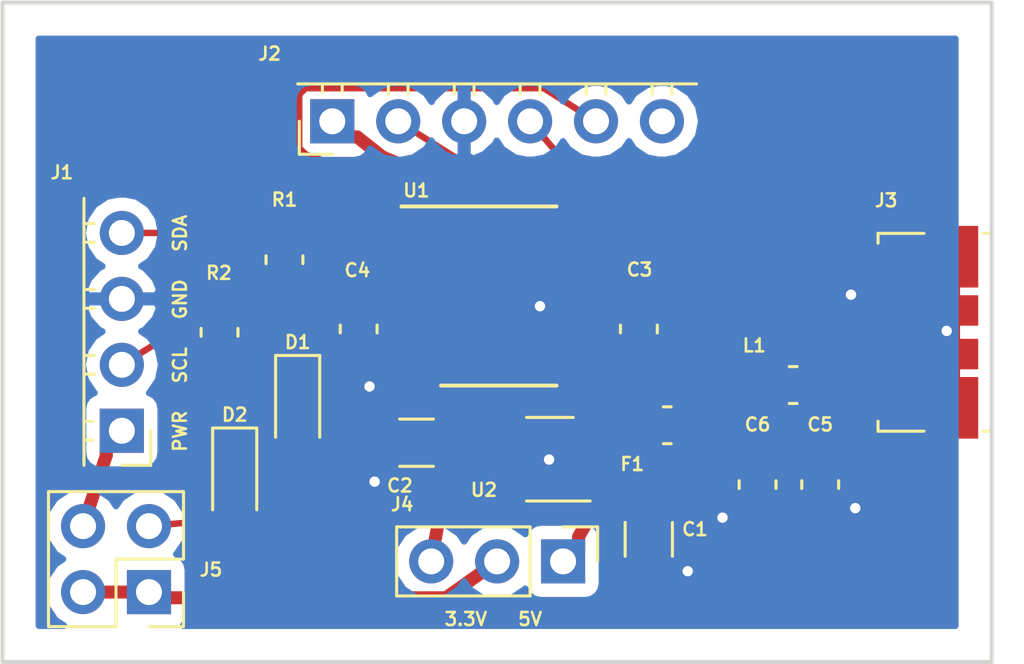
<source format=kicad_pcb>
(kicad_pcb (version 20171130) (host pcbnew "(5.0.0-rc2-dev-737-g584409b2e-dirty)")

  (general
    (thickness 1)
    (drawings 12)
    (tracks 300)
    (zones 0)
    (modules 19)
    (nets 31)
  )

  (page A4)
  (layers
    (0 F.Cu signal)
    (31 B.Cu signal)
    (32 B.Adhes user)
    (33 F.Adhes user)
    (34 B.Paste user)
    (35 F.Paste user)
    (36 B.SilkS user)
    (37 F.SilkS user)
    (38 B.Mask user)
    (39 F.Mask user)
    (40 Dwgs.User user)
    (41 Cmts.User user)
    (42 Eco1.User user)
    (43 Eco2.User user)
    (44 Edge.Cuts user)
    (45 Margin user)
    (46 B.CrtYd user)
    (47 F.CrtYd user)
    (48 B.Fab user)
    (49 F.Fab user)
  )

  (setup
    (last_trace_width 0.25)
    (trace_clearance 0.2)
    (zone_clearance 0.508)
    (zone_45_only no)
    (trace_min 0.2)
    (segment_width 0.2)
    (edge_width 0.15)
    (via_size 0.9)
    (via_drill 0.4)
    (via_min_size 0.4)
    (via_min_drill 0.3)
    (uvia_size 0.3)
    (uvia_drill 0.1)
    (uvias_allowed no)
    (uvia_min_size 0.2)
    (uvia_min_drill 0.1)
    (pcb_text_width 0.3)
    (pcb_text_size 1.5 1.5)
    (mod_edge_width 0.15)
    (mod_text_size 1 1)
    (mod_text_width 0.15)
    (pad_size 1.524 1.524)
    (pad_drill 0.762)
    (pad_to_mask_clearance 0.1)
    (aux_axis_origin 0 0)
    (visible_elements FFFFFF7F)
    (pcbplotparams
      (layerselection 0x010f0_ffffffff)
      (usegerberextensions false)
      (usegerberattributes false)
      (usegerberadvancedattributes false)
      (creategerberjobfile false)
      (excludeedgelayer true)
      (linewidth 0.100000)
      (plotframeref false)
      (viasonmask false)
      (mode 1)
      (useauxorigin false)
      (hpglpennumber 1)
      (hpglpenspeed 20)
      (hpglpendiameter 15)
      (psnegative false)
      (psa4output false)
      (plotreference true)
      (plotvalue true)
      (plotinvisibletext false)
      (padsonsilk false)
      (subtractmaskfromsilk false)
      (outputformat 1)
      (mirror false)
      (drillshape 0)
      (scaleselection 1)
      (outputdirectory Gerber/))
  )

  (net 0 "")
  (net 1 GND)
  (net 2 "Net-(J3-Pad4)")
  (net 3 /USB_DP)
  (net 4 /USB_DM)
  (net 5 "Net-(U1-Pad1)")
  (net 6 /I2C_SDA)
  (net 7 /I2C_SCL)
  (net 8 /NRST)
  (net 9 +3V3)
  (net 10 "Net-(U1-Pad6)")
  (net 11 "Net-(U1-Pad7)")
  (net 12 "Net-(U1-Pad8)")
  (net 13 "Net-(U1-Pad9)")
  (net 14 "Net-(U1-Pad10)")
  (net 15 "Net-(U1-Pad11)")
  (net 16 "Net-(U1-Pad12)")
  (net 17 "Net-(U1-Pad13)")
  (net 18 "Net-(U1-Pad14)")
  (net 19 /SWDIO)
  (net 20 /SWCLK)
  (net 21 +5V)
  (net 22 "Net-(U2-Pad4)")
  (net 23 "Net-(C5-Pad1)")
  (net 24 "Net-(J2-Pad6)")
  (net 25 "Net-(J1-Pad1)")
  (net 26 "Net-(C6-Pad1)")
  (net 27 "Net-(D1-Pad2)")
  (net 28 "Net-(D1-Pad1)")
  (net 29 "Net-(D2-Pad1)")
  (net 30 "Net-(J4-Pad2)")

  (net_class Default "Это класс цепей по умолчанию."
    (clearance 0.2)
    (trace_width 0.25)
    (via_dia 0.9)
    (via_drill 0.4)
    (uvia_dia 0.3)
    (uvia_drill 0.1)
    (add_net /I2C_SCL)
    (add_net /I2C_SDA)
    (add_net /NRST)
    (add_net /SWCLK)
    (add_net /SWDIO)
    (add_net "Net-(D1-Pad1)")
    (add_net "Net-(D1-Pad2)")
    (add_net "Net-(D2-Pad1)")
    (add_net "Net-(J2-Pad6)")
    (add_net "Net-(J3-Pad4)")
    (add_net "Net-(U1-Pad1)")
    (add_net "Net-(U1-Pad10)")
    (add_net "Net-(U1-Pad11)")
    (add_net "Net-(U1-Pad12)")
    (add_net "Net-(U1-Pad13)")
    (add_net "Net-(U1-Pad14)")
    (add_net "Net-(U1-Pad6)")
    (add_net "Net-(U1-Pad7)")
    (add_net "Net-(U1-Pad8)")
    (add_net "Net-(U1-Pad9)")
    (add_net "Net-(U2-Pad4)")
  )

  (net_class Ground ""
    (clearance 0.2)
    (trace_width 0.5)
    (via_dia 0.9)
    (via_drill 0.4)
    (uvia_dia 0.3)
    (uvia_drill 0.1)
    (add_net GND)
  )

  (net_class Power ""
    (clearance 0.2)
    (trace_width 0.5)
    (via_dia 0.9)
    (via_drill 0.4)
    (uvia_dia 0.3)
    (uvia_drill 0.1)
    (add_net +3V3)
    (add_net +5V)
    (add_net "Net-(C5-Pad1)")
    (add_net "Net-(C6-Pad1)")
    (add_net "Net-(J1-Pad1)")
    (add_net "Net-(J4-Pad2)")
  )

  (net_class USB ""
    (clearance 0.2)
    (trace_width 0.25)
    (via_dia 0.9)
    (via_drill 0.4)
    (uvia_dia 0.3)
    (uvia_drill 0.1)
    (diff_pair_gap 0.2)
    (diff_pair_width 0.8)
    (add_net /USB_DM)
    (add_net /USB_DP)
  )

  (module Connector_PinHeader_2.54mm:PinHeader_1x06_P2.54mm_Horizontal (layer F.Cu) (tedit 5ACE6C98) (tstamp 5AC7557F)
    (at 152.4 93.472 90)
    (descr "Through hole angled pin header, 1x06, 2.54mm pitch, 6mm pin length, single row")
    (tags "Through hole angled pin header THT 1x06 2.54mm single row")
    (path /5AC5CF13)
    (fp_text reference J2 (at 2.6035 -2.413 180) (layer F.SilkS)
      (effects (font (size 0.5 0.5) (thickness 0.1)))
    )
    (fp_text value SWD (at 1.778 -2.7305 180) (layer F.Fab)
      (effects (font (size 0.5 0.5) (thickness 0.1)))
    )
    (fp_text user %R (at 2.77 6.35 180) (layer F.Fab)
      (effects (font (size 1 1) (thickness 0.15)))
    )
    (fp_line (start 3.81 -1.80086) (end -1.8 -1.8) (layer F.CrtYd) (width 0.05))
    (fp_line (start 3.81 14.5) (end 3.81 -1.8) (layer F.CrtYd) (width 0.05))
    (fp_line (start -1.8 14.5) (end 3.81 14.50086) (layer F.CrtYd) (width 0.05))
    (fp_line (start -1.8 -1.8) (end -1.8 14.5) (layer F.CrtYd) (width 0.05))
    (fp_line (start -1.27 -1.27) (end 0 -1.27) (layer F.SilkS) (width 0.12))
    (fp_line (start -1.27 0) (end -1.27 -1.27) (layer F.SilkS) (width 0.12))
    (fp_line (start 1.042929 13.08) (end 1.44 13.08) (layer F.SilkS) (width 0.12))
    (fp_line (start 1.042929 12.32) (end 1.44 12.32) (layer F.SilkS) (width 0.12))
    (fp_line (start 1.042929 10.54) (end 1.44 10.54) (layer F.SilkS) (width 0.12))
    (fp_line (start 1.042929 9.78) (end 1.44 9.78) (layer F.SilkS) (width 0.12))
    (fp_line (start 1.042929 8) (end 1.44 8) (layer F.SilkS) (width 0.12))
    (fp_line (start 1.042929 7.24) (end 1.44 7.24) (layer F.SilkS) (width 0.12))
    (fp_line (start 1.042929 5.46) (end 1.44 5.46) (layer F.SilkS) (width 0.12))
    (fp_line (start 1.042929 4.7) (end 1.44 4.7) (layer F.SilkS) (width 0.12))
    (fp_line (start 1.042929 2.92) (end 1.44 2.92) (layer F.SilkS) (width 0.12))
    (fp_line (start 1.042929 2.16) (end 1.44 2.16) (layer F.SilkS) (width 0.12))
    (fp_line (start 1.11 0.38) (end 1.44 0.38) (layer F.SilkS) (width 0.12))
    (fp_line (start 1.11 -0.38) (end 1.44 -0.38) (layer F.SilkS) (width 0.12))
    (fp_line (start 1.44 -1.33) (end 1.44 14.03) (layer F.SilkS) (width 0.12))
    (fp_line (start -0.32 13.02) (end 1.5 13.02) (layer F.Fab) (width 0.1))
    (fp_line (start -0.32 12.38) (end -0.32 13.02) (layer F.Fab) (width 0.1))
    (fp_line (start -0.32 12.38) (end 1.5 12.38) (layer F.Fab) (width 0.1))
    (fp_line (start -0.32 10.48) (end 1.5 10.48) (layer F.Fab) (width 0.1))
    (fp_line (start -0.32 9.84) (end -0.32 10.48) (layer F.Fab) (width 0.1))
    (fp_line (start -0.32 9.84) (end 1.5 9.84) (layer F.Fab) (width 0.1))
    (fp_line (start -0.32 7.94) (end 1.5 7.94) (layer F.Fab) (width 0.1))
    (fp_line (start -0.32 7.3) (end -0.32 7.94) (layer F.Fab) (width 0.1))
    (fp_line (start -0.32 7.3) (end 1.5 7.3) (layer F.Fab) (width 0.1))
    (fp_line (start -0.32 5.4) (end 1.5 5.4) (layer F.Fab) (width 0.1))
    (fp_line (start -0.32 4.76) (end -0.32 5.4) (layer F.Fab) (width 0.1))
    (fp_line (start -0.32 4.76) (end 1.5 4.76) (layer F.Fab) (width 0.1))
    (fp_line (start -0.32 2.86) (end 1.5 2.86) (layer F.Fab) (width 0.1))
    (fp_line (start -0.32 2.22) (end -0.32 2.86) (layer F.Fab) (width 0.1))
    (fp_line (start -0.32 2.22) (end 1.5 2.22) (layer F.Fab) (width 0.1))
    (fp_line (start -0.32 0.32) (end 1.5 0.32) (layer F.Fab) (width 0.1))
    (fp_line (start -0.32 -0.32) (end -0.32 0.32) (layer F.Fab) (width 0.1))
    (fp_line (start -0.32 -0.32) (end 1.5 -0.32) (layer F.Fab) (width 0.1))
    (fp_line (start 1.5 13.97) (end 1.5 -0.635) (layer F.Fab) (width 0.1))
    (pad 6 thru_hole oval (at 0 12.7 90) (size 1.7 1.7) (drill 1) (layers *.Cu *.Mask)
      (net 24 "Net-(J2-Pad6)"))
    (pad 5 thru_hole oval (at 0 10.16 90) (size 1.7 1.7) (drill 1) (layers *.Cu *.Mask)
      (net 8 /NRST))
    (pad 4 thru_hole oval (at 0 7.62 90) (size 1.7 1.7) (drill 1) (layers *.Cu *.Mask)
      (net 19 /SWDIO))
    (pad 3 thru_hole oval (at 0 5.08 90) (size 1.7 1.7) (drill 1) (layers *.Cu *.Mask)
      (net 1 GND))
    (pad 2 thru_hole oval (at 0 2.54 90) (size 1.7 1.7) (drill 1) (layers *.Cu *.Mask)
      (net 20 /SWCLK))
    (pad 1 thru_hole rect (at 0 0 90) (size 1.7 1.7) (drill 1) (layers *.Cu *.Mask)
      (net 9 +3V3))
    (model ${KISYS3DMOD}/Connector_PinHeader_2.54mm.3dshapes/PinHeader_1x06_P2.54mm_Horizontal.wrl
      (at (xyz 0 0 0))
      (scale (xyz 1 1 1))
      (rotate (xyz 0 0 0))
    )
  )

  (module Connector_PinSocket_2.54mm:PinSocket_1x04_P2.54mm_Horizontal (layer F.Cu) (tedit 5ACE6B9D) (tstamp 5AC92A13)
    (at 144.272 105.41)
    (descr "Through hole angled socket strip, 1x04, 2.54mm pitch, 8.51mm socket length, single row (from Kicad 4.0.7), script generated")
    (tags "Through hole angled socket strip THT 1x04 2.54mm single row")
    (path /5AC57751)
    (fp_text reference J1 (at -2.286 -9.9695) (layer F.SilkS)
      (effects (font (size 0.5 0.5) (thickness 0.1)))
    )
    (fp_text value I2C (at -1.016 -9.9695) (layer F.Fab)
      (effects (font (size 0.5 0.5) (thickness 0.1)))
    )
    (fp_text user %R (at -2.4384 -3.8354 270) (layer F.Fab)
      (effects (font (size 1 1) (thickness 0.15)))
    )
    (fp_line (start 1.771704 -9.466462) (end 1.771704 1.733538) (layer F.CrtYd) (width 0.05))
    (fp_line (start -3.81 -9.47166) (end 1.771704 -9.466462) (layer F.CrtYd) (width 0.05))
    (fp_line (start -3.81 1.733538) (end -3.81 -9.466462) (layer F.CrtYd) (width 0.05))
    (fp_line (start 1.771704 1.733538) (end -3.81 1.73482) (layer F.CrtYd) (width 0.05))
    (fp_line (start 0.021704 1.313538) (end 1.131704 1.313538) (layer F.SilkS) (width 0.12))
    (fp_line (start 1.131704 1.313538) (end 1.131704 -0.016462) (layer F.SilkS) (width 0.12))
    (fp_line (start -1.438296 1.313538) (end -1.438296 -8.966462) (layer F.SilkS) (width 0.12))
    (fp_line (start -1.438296 -7.996462) (end -1.028296 -7.996462) (layer F.SilkS) (width 0.12))
    (fp_line (start -1.438296 -7.276462) (end -1.028296 -7.276462) (layer F.SilkS) (width 0.12))
    (fp_line (start -1.438296 -5.456462) (end -1.028296 -5.456462) (layer F.SilkS) (width 0.12))
    (fp_line (start -1.438296 -4.736462) (end -1.028296 -4.736462) (layer F.SilkS) (width 0.12))
    (fp_line (start -1.438296 -2.916462) (end -1.028296 -2.916462) (layer F.SilkS) (width 0.12))
    (fp_line (start -1.438296 -2.196462) (end -1.028296 -2.196462) (layer F.SilkS) (width 0.12))
    (fp_line (start -1.438296 -0.376462) (end -1.088296 -0.376462) (layer F.SilkS) (width 0.12))
    (fp_line (start -1.438296 0.343538) (end -1.088296 0.343538) (layer F.SilkS) (width 0.12))
    (fp_line (start 0.021704 -7.936462) (end 0.021704 -7.336462) (layer F.Fab) (width 0.1))
    (fp_line (start -1.498296 -7.936462) (end 0.021704 -7.936462) (layer F.Fab) (width 0.1))
    (fp_line (start 0.021704 -7.336462) (end -1.498296 -7.336462) (layer F.Fab) (width 0.1))
    (fp_line (start 0.021704 -5.396462) (end 0.021704 -4.796462) (layer F.Fab) (width 0.1))
    (fp_line (start -1.498296 -5.396462) (end 0.021704 -5.396462) (layer F.Fab) (width 0.1))
    (fp_line (start 0.021704 -4.796462) (end -1.498296 -4.796462) (layer F.Fab) (width 0.1))
    (fp_line (start 0.021704 -2.856462) (end 0.021704 -2.256462) (layer F.Fab) (width 0.1))
    (fp_line (start -1.498296 -2.856462) (end 0.021704 -2.856462) (layer F.Fab) (width 0.1))
    (fp_line (start 0.021704 -2.256462) (end -1.498296 -2.256462) (layer F.Fab) (width 0.1))
    (fp_line (start 0.021704 -0.316462) (end 0.021704 0.283538) (layer F.Fab) (width 0.1))
    (fp_line (start -1.498296 -0.316462) (end 0.021704 -0.316462) (layer F.Fab) (width 0.1))
    (fp_line (start 0.021704 0.283538) (end -1.498296 0.283538) (layer F.Fab) (width 0.1))
    (fp_line (start -1.498296 0.283538) (end -1.498296 -8.906462) (layer F.Fab) (width 0.1))
    (pad 4 thru_hole oval (at 0.021704 -7.636462 180) (size 1.7 1.7) (drill 1) (layers *.Cu *.Mask)
      (net 6 /I2C_SDA))
    (pad 3 thru_hole oval (at 0.021704 -5.096462 180) (size 1.7 1.7) (drill 1) (layers *.Cu *.Mask)
      (net 1 GND))
    (pad 2 thru_hole oval (at 0.021704 -2.556462 180) (size 1.7 1.7) (drill 1) (layers *.Cu *.Mask)
      (net 7 /I2C_SCL))
    (pad 1 thru_hole rect (at 0.021704 -0.016462 180) (size 1.7 1.7) (drill 1) (layers *.Cu *.Mask)
      (net 25 "Net-(J1-Pad1)"))
    (model ${KISYS3DMOD}/Connector_PinSocket_2.54mm.3dshapes/PinSocket_1x04_P2.54mm_Horizontal.wrl
      (at (xyz 0 0 0))
      (scale (xyz 1 1 1))
      (rotate (xyz 0 0 0))
    )
  )

  (module Diode_SMD:D_SOD-323_HandSoldering (layer F.Cu) (tedit 5AC8EFCD) (tstamp 5AC9F740)
    (at 148.641 107.188 270)
    (descr SOD-323)
    (tags SOD-323)
    (path /5AC9F1A3)
    (attr smd)
    (fp_text reference D2 (at -2.413 0 180) (layer F.SilkS)
      (effects (font (size 0.5 0.5) (thickness 0.1)))
    )
    (fp_text value BAT60A (at 2.4384 0 180) (layer F.Fab)
      (effects (font (size 0.5 0.5) (thickness 0.1)))
    )
    (fp_text user %R (at -0.0054 -0.0254 270) (layer F.Fab)
      (effects (font (size 1 1) (thickness 0.15)))
    )
    (fp_line (start -1.9 -0.85) (end -1.9 0.85) (layer F.SilkS) (width 0.12))
    (fp_line (start 0.2 0) (end 0.45 0) (layer F.Fab) (width 0.1))
    (fp_line (start 0.2 0.35) (end -0.3 0) (layer F.Fab) (width 0.1))
    (fp_line (start 0.2 -0.35) (end 0.2 0.35) (layer F.Fab) (width 0.1))
    (fp_line (start -0.3 0) (end 0.2 -0.35) (layer F.Fab) (width 0.1))
    (fp_line (start -0.3 0) (end -0.5 0) (layer F.Fab) (width 0.1))
    (fp_line (start -0.3 -0.35) (end -0.3 0.35) (layer F.Fab) (width 0.1))
    (fp_line (start -0.9 0.7) (end -0.9 -0.7) (layer F.Fab) (width 0.1))
    (fp_line (start 0.9 0.7) (end -0.9 0.7) (layer F.Fab) (width 0.1))
    (fp_line (start 0.9 -0.7) (end 0.9 0.7) (layer F.Fab) (width 0.1))
    (fp_line (start -0.9 -0.7) (end 0.9 -0.7) (layer F.Fab) (width 0.1))
    (fp_line (start -2 -0.95) (end 2 -0.95) (layer F.CrtYd) (width 0.05))
    (fp_line (start 2 -0.95) (end 2 0.95) (layer F.CrtYd) (width 0.05))
    (fp_line (start -2 0.95) (end 2 0.95) (layer F.CrtYd) (width 0.05))
    (fp_line (start -2 -0.95) (end -2 0.95) (layer F.CrtYd) (width 0.05))
    (fp_line (start -1.9 0.85) (end 1.25 0.85) (layer F.SilkS) (width 0.12))
    (fp_line (start -1.9 -0.85) (end 1.25 -0.85) (layer F.SilkS) (width 0.12))
    (pad 1 smd rect (at -1.25 0 270) (size 1 1) (layers F.Cu F.Paste F.Mask)
      (net 29 "Net-(D2-Pad1)"))
    (pad 2 smd rect (at 1.25 0 270) (size 1 1) (layers F.Cu F.Paste F.Mask)
      (net 27 "Net-(D1-Pad2)"))
    (model ${KISYS3DMOD}/Diode_SMD.3dshapes/D_SOD-323.wrl
      (at (xyz 0 0 0))
      (scale (xyz 1 1 1))
      (rotate (xyz 0 0 0))
    )
  )

  (module Resistor_SMD:R_0805_2012Metric_Pad1.15x1.50mm_HandSolder (layer F.Cu) (tedit 5AC6031E) (tstamp 5AC778E0)
    (at 148.057 101.601 90)
    (descr "Resistor SMD 0805 (2012 Metric), square (rectangular) end terminal, IPC_7351 nominal with elongated pad for handsoldering. (Body size source: http://www.tortai-tech.com/upload/download/2011102023233369053.pdf), generated with kicad-footprint-generator")
    (tags "resistor handsolder")
    (path /5AC58A80)
    (attr smd)
    (fp_text reference R2 (at 2.286 -0.0265 180) (layer F.SilkS)
      (effects (font (size 0.5 0.5) (thickness 0.1)))
    )
    (fp_text value 4.7k (at -2.413 -0.0265 180) (layer F.Fab)
      (effects (font (size 0.5 0.5) (thickness 0.1)))
    )
    (fp_line (start -1 0.6) (end -1 -0.6) (layer F.Fab) (width 0.1))
    (fp_line (start -1 -0.6) (end 1 -0.6) (layer F.Fab) (width 0.1))
    (fp_line (start 1 -0.6) (end 1 0.6) (layer F.Fab) (width 0.1))
    (fp_line (start 1 0.6) (end -1 0.6) (layer F.Fab) (width 0.1))
    (fp_line (start -0.15 -0.71) (end 0.15 -0.71) (layer F.SilkS) (width 0.12))
    (fp_line (start -0.15 0.71) (end 0.15 0.71) (layer F.SilkS) (width 0.12))
    (fp_line (start -1.86 1) (end -1.86 -1) (layer F.CrtYd) (width 0.05))
    (fp_line (start -1.86 -1) (end 1.86 -1) (layer F.CrtYd) (width 0.05))
    (fp_line (start 1.86 -1) (end 1.86 1) (layer F.CrtYd) (width 0.05))
    (fp_line (start 1.86 1) (end -1.86 1) (layer F.CrtYd) (width 0.05))
    (fp_text user %R (at 0 0 90) (layer F.Fab)
      (effects (font (size 0.5 0.5) (thickness 0.08)))
    )
    (pad 1 smd rect (at -1.0425 0 90) (size 1.145 1.5) (layers F.Cu F.Paste F.Mask)
      (net 29 "Net-(D2-Pad1)"))
    (pad 2 smd rect (at 1.0425 0 90) (size 1.145 1.5) (layers F.Cu F.Paste F.Mask)
      (net 7 /I2C_SCL))
    (model ${KISYS3DMOD}/Resistor_SMD.3dshapes/R_0805_2012Metric.wrl
      (at (xyz 0 0 0))
      (scale (xyz 1 1 1))
      (rotate (xyz 0 0 0))
    )
  )

  (module Capacitor_SMD:C_0805_2012Metric_Pad1.15x1.50mm_HandSolder (layer F.Cu) (tedit 5AC56345) (tstamp 5AC90E96)
    (at 153.416 101.473 270)
    (descr "Capacitor SMD 0805 (2012 Metric), square (rectangular) end terminal, IPC_7351 nominal with elongated pad for handsoldering. (Body size source: http://www.tortai-tech.com/upload/download/2011102023233369053.pdf), generated with kicad-footprint-generator")
    (tags "capacitor handsolder")
    (path /5AC512F7)
    (attr smd)
    (fp_text reference C4 (at -2.2606 0.0508) (layer F.SilkS)
      (effects (font (size 0.5 0.5) (thickness 0.1)))
    )
    (fp_text value 10n (at 2.3114 0) (layer F.Fab)
      (effects (font (size 0.5 0.5) (thickness 0.1)))
    )
    (fp_text user %R (at 0 0 270) (layer F.Fab)
      (effects (font (size 0.5 0.5) (thickness 0.08)))
    )
    (fp_line (start 1.86 1) (end -1.86 1) (layer F.CrtYd) (width 0.05))
    (fp_line (start 1.86 -1) (end 1.86 1) (layer F.CrtYd) (width 0.05))
    (fp_line (start -1.86 -1) (end 1.86 -1) (layer F.CrtYd) (width 0.05))
    (fp_line (start -1.86 1) (end -1.86 -1) (layer F.CrtYd) (width 0.05))
    (fp_line (start -0.15 0.71) (end 0.15 0.71) (layer F.SilkS) (width 0.12))
    (fp_line (start -0.15 -0.71) (end 0.15 -0.71) (layer F.SilkS) (width 0.12))
    (fp_line (start 1 0.6) (end -1 0.6) (layer F.Fab) (width 0.1))
    (fp_line (start 1 -0.6) (end 1 0.6) (layer F.Fab) (width 0.1))
    (fp_line (start -1 -0.6) (end 1 -0.6) (layer F.Fab) (width 0.1))
    (fp_line (start -1 0.6) (end -1 -0.6) (layer F.Fab) (width 0.1))
    (pad 2 smd rect (at 1.0425 0 270) (size 1.145 1.5) (layers F.Cu F.Paste F.Mask)
      (net 1 GND))
    (pad 1 smd rect (at -1.0425 0 270) (size 1.145 1.5) (layers F.Cu F.Paste F.Mask)
      (net 9 +3V3))
    (model ${KISYS3DMOD}/Capacitor_SMD.3dshapes/C_0805_2012Metric.wrl
      (at (xyz 0 0 0))
      (scale (xyz 1 1 1))
      (rotate (xyz 0 0 0))
    )
  )

  (module Capacitor_SMD:C_0805_2012Metric_Pad1.15x1.50mm_HandSolder (layer F.Cu) (tedit 5AC5627A) (tstamp 5AC90EC6)
    (at 164.211 101.473 270)
    (descr "Capacitor SMD 0805 (2012 Metric), square (rectangular) end terminal, IPC_7351 nominal with elongated pad for handsoldering. (Body size source: http://www.tortai-tech.com/upload/download/2011102023233369053.pdf), generated with kicad-footprint-generator")
    (tags "capacitor handsolder")
    (path /5AC51BF1)
    (attr smd)
    (fp_text reference C3 (at -2.286 -0.0254) (layer F.SilkS)
      (effects (font (size 0.5 0.5) (thickness 0.1)))
    )
    (fp_text value 100n (at 2.3114 -0.1016) (layer F.Fab)
      (effects (font (size 0.5 0.5) (thickness 0.1)))
    )
    (fp_line (start -1 0.6) (end -1 -0.6) (layer F.Fab) (width 0.1))
    (fp_line (start -1 -0.6) (end 1 -0.6) (layer F.Fab) (width 0.1))
    (fp_line (start 1 -0.6) (end 1 0.6) (layer F.Fab) (width 0.1))
    (fp_line (start 1 0.6) (end -1 0.6) (layer F.Fab) (width 0.1))
    (fp_line (start -0.15 -0.71) (end 0.15 -0.71) (layer F.SilkS) (width 0.12))
    (fp_line (start -0.15 0.71) (end 0.15 0.71) (layer F.SilkS) (width 0.12))
    (fp_line (start -1.86 1) (end -1.86 -1) (layer F.CrtYd) (width 0.05))
    (fp_line (start -1.86 -1) (end 1.86 -1) (layer F.CrtYd) (width 0.05))
    (fp_line (start 1.86 -1) (end 1.86 1) (layer F.CrtYd) (width 0.05))
    (fp_line (start 1.86 1) (end -1.86 1) (layer F.CrtYd) (width 0.05))
    (fp_text user %R (at 0 0 270) (layer F.Fab)
      (effects (font (size 0.5 0.5) (thickness 0.08)))
    )
    (pad 1 smd rect (at -1.0425 0 270) (size 1.145 1.5) (layers F.Cu F.Paste F.Mask)
      (net 9 +3V3))
    (pad 2 smd rect (at 1.0425 0 270) (size 1.145 1.5) (layers F.Cu F.Paste F.Mask)
      (net 1 GND))
    (model ${KISYS3DMOD}/Capacitor_SMD.3dshapes/C_0805_2012Metric.wrl
      (at (xyz 0 0 0))
      (scale (xyz 1 1 1))
      (rotate (xyz 0 0 0))
    )
  )

  (module Capacitor_SMD:C_1206_3216Metric_Pad1.24x1.80mm_HandSolder (layer F.Cu) (tedit 5AC5619C) (tstamp 5AC91361)
    (at 155.644 105.854 180)
    (descr "Capacitor SMD 1206 (3216 Metric), square (rectangular) end terminal, IPC_7351 nominal with elongated pad for handsoldering. (Body size source: http://www.tortai-tech.com/upload/download/2011102023233369053.pdf), generated with kicad-footprint-generator")
    (tags "capacitor handsolder")
    (path /5AC504F0)
    (attr smd)
    (fp_text reference C2 (at 0.6405 -1.651) (layer F.SilkS)
      (effects (font (size 0.5 0.5) (thickness 0.1)))
    )
    (fp_text value 4.7u (at -0.8305 -1.651) (layer F.Fab)
      (effects (font (size 0.5 0.5) (thickness 0.1)))
    )
    (fp_line (start -1.6 0.8) (end -1.6 -0.8) (layer F.Fab) (width 0.1))
    (fp_line (start -1.6 -0.8) (end 1.6 -0.8) (layer F.Fab) (width 0.1))
    (fp_line (start 1.6 -0.8) (end 1.6 0.8) (layer F.Fab) (width 0.1))
    (fp_line (start 1.6 0.8) (end -1.6 0.8) (layer F.Fab) (width 0.1))
    (fp_line (start -0.65 -0.91) (end 0.65 -0.91) (layer F.SilkS) (width 0.12))
    (fp_line (start -0.65 0.91) (end 0.65 0.91) (layer F.SilkS) (width 0.12))
    (fp_line (start -2.46 1.15) (end -2.46 -1.15) (layer F.CrtYd) (width 0.05))
    (fp_line (start -2.46 -1.15) (end 2.46 -1.15) (layer F.CrtYd) (width 0.05))
    (fp_line (start 2.46 -1.15) (end 2.46 1.15) (layer F.CrtYd) (width 0.05))
    (fp_line (start 2.46 1.15) (end -2.46 1.15) (layer F.CrtYd) (width 0.05))
    (fp_text user %R (at 0 0 180) (layer F.Fab)
      (effects (font (size 0.8 0.8) (thickness 0.12)))
    )
    (pad 1 smd rect (at -1.5925 0 180) (size 1.245 1.8) (layers F.Cu F.Paste F.Mask)
      (net 9 +3V3))
    (pad 2 smd rect (at 1.5925 0 180) (size 1.245 1.8) (layers F.Cu F.Paste F.Mask)
      (net 1 GND))
    (model ${KISYS3DMOD}/Capacitor_SMD.3dshapes/C_1206_3216Metric.wrl
      (at (xyz 0 0 0))
      (scale (xyz 1 1 1))
      (rotate (xyz 0 0 0))
    )
  )

  (module Capacitor_SMD:C_0805_2012Metric_Pad1.15x1.50mm_HandSolder (layer F.Cu) (tedit 5AC56070) (tstamp 5AC5DB78)
    (at 168.783 107.468 270)
    (descr "Capacitor SMD 0805 (2012 Metric), square (rectangular) end terminal, IPC_7351 nominal with elongated pad for handsoldering. (Body size source: http://www.tortai-tech.com/upload/download/2011102023233369053.pdf), generated with kicad-footprint-generator")
    (tags "capacitor handsolder")
    (path /5ACA52D6)
    (attr smd)
    (fp_text reference C6 (at -2.3125 0) (layer F.SilkS)
      (effects (font (size 0.5 0.5) (thickness 0.1)))
    )
    (fp_text value 100n (at 2.3865 0) (layer F.Fab)
      (effects (font (size 0.5 0.5) (thickness 0.1)))
    )
    (fp_line (start -1 0.6) (end -1 -0.6) (layer F.Fab) (width 0.1))
    (fp_line (start -1 -0.6) (end 1 -0.6) (layer F.Fab) (width 0.1))
    (fp_line (start 1 -0.6) (end 1 0.6) (layer F.Fab) (width 0.1))
    (fp_line (start 1 0.6) (end -1 0.6) (layer F.Fab) (width 0.1))
    (fp_line (start -0.15 -0.71) (end 0.15 -0.71) (layer F.SilkS) (width 0.12))
    (fp_line (start -0.15 0.71) (end 0.15 0.71) (layer F.SilkS) (width 0.12))
    (fp_line (start -1.86 1) (end -1.86 -1) (layer F.CrtYd) (width 0.05))
    (fp_line (start -1.86 -1) (end 1.86 -1) (layer F.CrtYd) (width 0.05))
    (fp_line (start 1.86 -1) (end 1.86 1) (layer F.CrtYd) (width 0.05))
    (fp_line (start 1.86 1) (end -1.86 1) (layer F.CrtYd) (width 0.05))
    (fp_text user %R (at 0 0 270) (layer F.Fab)
      (effects (font (size 0.5 0.5) (thickness 0.08)))
    )
    (pad 1 smd rect (at -1.0425 0 270) (size 1.145 1.5) (layers F.Cu F.Paste F.Mask)
      (net 26 "Net-(C6-Pad1)"))
    (pad 2 smd rect (at 1.0425 0 270) (size 1.145 1.5) (layers F.Cu F.Paste F.Mask)
      (net 1 GND))
    (model ${KISYS3DMOD}/Capacitor_SMD.3dshapes/C_0805_2012Metric.wrl
      (at (xyz 0 0 0))
      (scale (xyz 1 1 1))
      (rotate (xyz 0 0 0))
    )
  )

  (module Connector_USB:USB_Micro-B_Molex_47346-0001 (layer F.Cu) (tedit 5AC559E0) (tstamp 5AC5AC09)
    (at 175.133 101.6 90)
    (descr "Micro USB B receptable with flange, bottom-mount, SMD, right-angle (http://www.molex.com/pdm_docs/sd/473460001_sd.pdf)")
    (tags "Micro B USB SMD")
    (path /5AC638EF)
    (attr smd)
    (fp_text reference J3 (at 5.08 -1.397) (layer F.SilkS)
      (effects (font (size 0.5 0.5) (thickness 0.1)))
    )
    (fp_text value USB (at 5.08 0) (layer F.Fab)
      (effects (font (size 0.5 0.5) (thickness 0.1)))
    )
    (fp_line (start -3.25 2.65) (end 3.25 2.65) (layer F.Fab) (width 0.1))
    (fp_line (start -3.81 2.6) (end -3.81 2.34) (layer F.SilkS) (width 0.12))
    (fp_line (start -3.81 0.06) (end -3.81 -1.71) (layer F.SilkS) (width 0.12))
    (fp_line (start -3.81 -1.71) (end -3.43 -1.71) (layer F.SilkS) (width 0.12))
    (fp_line (start 3.81 -1.71) (end 3.81 0.06) (layer F.SilkS) (width 0.12))
    (fp_line (start 3.81 2.34) (end 3.81 2.6) (layer F.SilkS) (width 0.12))
    (fp_line (start -3.75 3.35) (end -3.75 -1.65) (layer F.Fab) (width 0.1))
    (fp_line (start -3.75 -1.65) (end 3.75 -1.65) (layer F.Fab) (width 0.1))
    (fp_line (start 3.75 -1.65) (end 3.75 3.35) (layer F.Fab) (width 0.1))
    (fp_line (start 3.75 3.35) (end -3.75 3.35) (layer F.Fab) (width 0.1))
    (fp_line (start -4.6 3.9) (end -4.6 -2.7) (layer F.CrtYd) (width 0.05))
    (fp_line (start -4.6 -2.7) (end 4.6 -2.7) (layer F.CrtYd) (width 0.05))
    (fp_line (start 4.6 -2.7) (end 4.6 3.9) (layer F.CrtYd) (width 0.05))
    (fp_line (start 4.6 3.9) (end -4.6 3.9) (layer F.CrtYd) (width 0.05))
    (fp_line (start 3.81 -1.71) (end 3.43 -1.71) (layer F.SilkS) (width 0.12))
    (fp_text user %R (at 0 1.2 90) (layer F.Fab)
      (effects (font (size 1 1) (thickness 0.15)))
    )
    (fp_text user "PCB Edge" (at 0 2.67 270) (layer Dwgs.User)
      (effects (font (size 0.4 0.4) (thickness 0.04)))
    )
    (pad 6 smd rect (at 0.84 1.2 90) (size 1.175 1.9) (layers F.Cu F.Paste F.Mask)
      (net 1 GND))
    (pad 6 smd rect (at -0.84 1.2 90) (size 1.175 1.9) (layers F.Cu F.Paste F.Mask)
      (net 1 GND))
    (pad 6 smd rect (at 2.91 1.2 90) (size 2.375 1.9) (layers F.Cu F.Paste F.Mask)
      (net 1 GND))
    (pad 6 smd rect (at -2.91 1.2 90) (size 2.375 1.9) (layers F.Cu F.Paste F.Mask)
      (net 1 GND))
    (pad 6 smd rect (at 2.4625 -1.1 90) (size 1.475 2.1) (layers F.Cu F.Paste F.Mask)
      (net 1 GND))
    (pad 6 smd rect (at -2.4625 -1.1 90) (size 1.475 2.1) (layers F.Cu F.Paste F.Mask)
      (net 1 GND))
    (pad 5 smd rect (at 1.3 -1.46 90) (size 0.45 1.38) (layers F.Cu F.Paste F.Mask)
      (net 1 GND))
    (pad 4 smd rect (at 0.65 -1.46 90) (size 0.45 1.38) (layers F.Cu F.Paste F.Mask)
      (net 2 "Net-(J3-Pad4)"))
    (pad 3 smd rect (at 0 -1.46 90) (size 0.45 1.38) (layers F.Cu F.Paste F.Mask)
      (net 3 /USB_DP))
    (pad 2 smd rect (at -0.65 -1.46 90) (size 0.45 1.38) (layers F.Cu F.Paste F.Mask)
      (net 4 /USB_DM))
    (pad 1 smd rect (at -1.3 -1.46 90) (size 0.45 1.38) (layers F.Cu F.Paste F.Mask)
      (net 23 "Net-(C5-Pad1)"))
    (model ${KISYS3DMOD}/Connector_USB.3dshapes/USB_Micro-B_Molex_47346-0001.wrl
      (at (xyz 0 0 0))
      (scale (xyz 1 1 1))
      (rotate (xyz 0 0 0))
    )
  )

  (module Package_SO:TSSOP-20_4.4x6.5mm_P0.65mm (layer F.Cu) (tedit 5AC55A1B) (tstamp 5AC90E40)
    (at 158.814 100.203)
    (descr "20-Lead Plastic Thin Shrink Small Outline (ST)-4.4 mm Body [TSSOP] (see Microchip Packaging Specification 00000049BS.pdf)")
    (tags "SSOP 0.65")
    (path /5AC4F55A)
    (attr smd)
    (fp_text reference U1 (at -3.175 -4.064) (layer F.SilkS)
      (effects (font (size 0.5 0.5) (thickness 0.1)))
    )
    (fp_text value STM32F042F4Px (at 0.508 -4.064) (layer F.Fab)
      (effects (font (size 0.5 0.5) (thickness 0.1)))
    )
    (fp_line (start -1.2 -3.25) (end 2.2 -3.25) (layer F.Fab) (width 0.15))
    (fp_line (start 2.2 -3.25) (end 2.2 3.25) (layer F.Fab) (width 0.15))
    (fp_line (start 2.2 3.25) (end -2.2 3.25) (layer F.Fab) (width 0.15))
    (fp_line (start -2.2 3.25) (end -2.2 -2.25) (layer F.Fab) (width 0.15))
    (fp_line (start -2.2 -2.25) (end -1.2 -3.25) (layer F.Fab) (width 0.15))
    (fp_line (start -3.95 -3.55) (end -3.95 3.55) (layer F.CrtYd) (width 0.05))
    (fp_line (start 3.95 -3.55) (end 3.95 3.55) (layer F.CrtYd) (width 0.05))
    (fp_line (start -3.95 -3.55) (end 3.95 -3.55) (layer F.CrtYd) (width 0.05))
    (fp_line (start -3.95 3.55) (end 3.95 3.55) (layer F.CrtYd) (width 0.05))
    (fp_line (start -2.225 3.45) (end 2.225 3.45) (layer F.SilkS) (width 0.15))
    (fp_line (start -3.75 -3.45) (end 2.225 -3.45) (layer F.SilkS) (width 0.15))
    (fp_text user %R (at 0 0) (layer F.Fab)
      (effects (font (size 0.8 0.8) (thickness 0.15)))
    )
    (pad 1 smd rect (at -2.95 -2.925) (size 1.45 0.45) (layers F.Cu F.Paste F.Mask)
      (net 5 "Net-(U1-Pad1)"))
    (pad 2 smd rect (at -2.95 -2.275) (size 1.45 0.45) (layers F.Cu F.Paste F.Mask)
      (net 6 /I2C_SDA))
    (pad 3 smd rect (at -2.95 -1.625) (size 1.45 0.45) (layers F.Cu F.Paste F.Mask)
      (net 7 /I2C_SCL))
    (pad 4 smd rect (at -2.95 -0.975) (size 1.45 0.45) (layers F.Cu F.Paste F.Mask)
      (net 8 /NRST))
    (pad 5 smd rect (at -2.95 -0.325) (size 1.45 0.45) (layers F.Cu F.Paste F.Mask)
      (net 9 +3V3))
    (pad 6 smd rect (at -2.95 0.325) (size 1.45 0.45) (layers F.Cu F.Paste F.Mask)
      (net 10 "Net-(U1-Pad6)"))
    (pad 7 smd rect (at -2.95 0.975) (size 1.45 0.45) (layers F.Cu F.Paste F.Mask)
      (net 11 "Net-(U1-Pad7)"))
    (pad 8 smd rect (at -2.95 1.625) (size 1.45 0.45) (layers F.Cu F.Paste F.Mask)
      (net 12 "Net-(U1-Pad8)"))
    (pad 9 smd rect (at -2.95 2.275) (size 1.45 0.45) (layers F.Cu F.Paste F.Mask)
      (net 13 "Net-(U1-Pad9)"))
    (pad 10 smd rect (at -2.95 2.925) (size 1.45 0.45) (layers F.Cu F.Paste F.Mask)
      (net 14 "Net-(U1-Pad10)"))
    (pad 11 smd rect (at 2.95 2.925) (size 1.45 0.45) (layers F.Cu F.Paste F.Mask)
      (net 15 "Net-(U1-Pad11)"))
    (pad 12 smd rect (at 2.95 2.275) (size 1.45 0.45) (layers F.Cu F.Paste F.Mask)
      (net 16 "Net-(U1-Pad12)"))
    (pad 13 smd rect (at 2.95 1.625) (size 1.45 0.45) (layers F.Cu F.Paste F.Mask)
      (net 17 "Net-(U1-Pad13)"))
    (pad 14 smd rect (at 2.95 0.975) (size 1.45 0.45) (layers F.Cu F.Paste F.Mask)
      (net 18 "Net-(U1-Pad14)"))
    (pad 15 smd rect (at 2.95 0.325) (size 1.45 0.45) (layers F.Cu F.Paste F.Mask)
      (net 1 GND))
    (pad 16 smd rect (at 2.95 -0.325) (size 1.45 0.45) (layers F.Cu F.Paste F.Mask)
      (net 9 +3V3))
    (pad 17 smd rect (at 2.95 -0.975) (size 1.45 0.45) (layers F.Cu F.Paste F.Mask)
      (net 4 /USB_DM))
    (pad 18 smd rect (at 2.95 -1.625) (size 1.45 0.45) (layers F.Cu F.Paste F.Mask)
      (net 3 /USB_DP))
    (pad 19 smd rect (at 2.95 -2.275) (size 1.45 0.45) (layers F.Cu F.Paste F.Mask)
      (net 19 /SWDIO))
    (pad 20 smd rect (at 2.95 -2.925) (size 1.45 0.45) (layers F.Cu F.Paste F.Mask)
      (net 20 /SWCLK))
    (model ${KISYS3DMOD}/Package_SO.3dshapes/TSSOP-20_4.4x6.5mm_P0.65mm.wrl
      (at (xyz 0 0 0))
      (scale (xyz 1 1 1))
      (rotate (xyz 0 0 0))
    )
  )

  (module Package_TO_SOT_SMD:SOT-23-5 (layer F.Cu) (tedit 5AC55A39) (tstamp 5AC914DA)
    (at 160.782 106.49 180)
    (descr "5-pin SOT23 package")
    (tags SOT-23-5)
    (path /5AC4FE6C)
    (attr smd)
    (fp_text reference U2 (at 2.54 -1.1811) (layer F.SilkS)
      (effects (font (size 0.5 0.5) (thickness 0.1)))
    )
    (fp_text value LD39015M33R (at 0.0762 2.2225) (layer F.Fab)
      (effects (font (size 0.5 0.5) (thickness 0.1)))
    )
    (fp_text user %R (at 0 0 270) (layer F.Fab)
      (effects (font (size 0.5 0.5) (thickness 0.075)))
    )
    (fp_line (start -0.9 1.61) (end 0.9 1.61) (layer F.SilkS) (width 0.12))
    (fp_line (start 0.9 -1.61) (end -1.55 -1.61) (layer F.SilkS) (width 0.12))
    (fp_line (start -1.9 -1.8) (end 1.9 -1.8) (layer F.CrtYd) (width 0.05))
    (fp_line (start 1.9 -1.8) (end 1.9 1.8) (layer F.CrtYd) (width 0.05))
    (fp_line (start 1.9 1.8) (end -1.9 1.8) (layer F.CrtYd) (width 0.05))
    (fp_line (start -1.9 1.8) (end -1.9 -1.8) (layer F.CrtYd) (width 0.05))
    (fp_line (start -0.9 -0.9) (end -0.25 -1.55) (layer F.Fab) (width 0.1))
    (fp_line (start 0.9 -1.55) (end -0.25 -1.55) (layer F.Fab) (width 0.1))
    (fp_line (start -0.9 -0.9) (end -0.9 1.55) (layer F.Fab) (width 0.1))
    (fp_line (start 0.9 1.55) (end -0.9 1.55) (layer F.Fab) (width 0.1))
    (fp_line (start 0.9 -1.55) (end 0.9 1.55) (layer F.Fab) (width 0.1))
    (pad 1 smd rect (at -1.1 -0.95 180) (size 1.06 0.65) (layers F.Cu F.Paste F.Mask)
      (net 21 +5V))
    (pad 2 smd rect (at -1.1 0 180) (size 1.06 0.65) (layers F.Cu F.Paste F.Mask)
      (net 1 GND))
    (pad 3 smd rect (at -1.1 0.95 180) (size 1.06 0.65) (layers F.Cu F.Paste F.Mask)
      (net 21 +5V))
    (pad 4 smd rect (at 1.1 0.95 180) (size 1.06 0.65) (layers F.Cu F.Paste F.Mask)
      (net 22 "Net-(U2-Pad4)"))
    (pad 5 smd rect (at 1.1 -0.95 180) (size 1.06 0.65) (layers F.Cu F.Paste F.Mask)
      (net 9 +3V3))
    (model ${KISYS3DMOD}/Package_TO_SOT_SMD.3dshapes/SOT-23-5.wrl
      (at (xyz 0 0 0))
      (scale (xyz 1 1 1))
      (rotate (xyz 0 0 0))
    )
  )

  (module Inductor_SMD:L_0805_2012Metric_Pad1.15x1.50mm_HandSolder (layer F.Cu) (tedit 5AC55BA3) (tstamp 5AC5D225)
    (at 170.154 103.632 180)
    (descr "Capacitor SMD 0805 (2012 Metric), square (rectangular) end terminal, IPC_7351 nominal with elongated pad for handsoldering. (Body size source: http://www.tortai-tech.com/upload/download/2011102023233369053.pdf), generated with kicad-footprint-generator")
    (tags "inductor handsolder")
    (path /5AC7C0F7)
    (attr smd)
    (fp_text reference L1 (at 1.4975 1.524 180) (layer F.SilkS)
      (effects (font (size 0.5 0.5) (thickness 0.1)))
    )
    (fp_text value BLM21 (at -0.6615 1.524 180) (layer F.Fab)
      (effects (font (size 0.5 0.5) (thickness 0.1)))
    )
    (fp_text user %R (at 0 0 180) (layer F.Fab)
      (effects (font (size 0.5 0.5) (thickness 0.08)))
    )
    (fp_line (start 1.86 1) (end -1.86 1) (layer F.CrtYd) (width 0.05))
    (fp_line (start 1.86 -1) (end 1.86 1) (layer F.CrtYd) (width 0.05))
    (fp_line (start -1.86 -1) (end 1.86 -1) (layer F.CrtYd) (width 0.05))
    (fp_line (start -1.86 1) (end -1.86 -1) (layer F.CrtYd) (width 0.05))
    (fp_line (start -0.15 0.71) (end 0.15 0.71) (layer F.SilkS) (width 0.12))
    (fp_line (start -0.15 -0.71) (end 0.15 -0.71) (layer F.SilkS) (width 0.12))
    (fp_line (start 1 0.6) (end -1 0.6) (layer F.Fab) (width 0.1))
    (fp_line (start 1 -0.6) (end 1 0.6) (layer F.Fab) (width 0.1))
    (fp_line (start -1 -0.6) (end 1 -0.6) (layer F.Fab) (width 0.1))
    (fp_line (start -1 0.6) (end -1 -0.6) (layer F.Fab) (width 0.1))
    (pad 2 smd rect (at 1.0425 0 180) (size 1.145 1.5) (layers F.Cu F.Paste F.Mask)
      (net 26 "Net-(C6-Pad1)"))
    (pad 1 smd rect (at -1.0425 0 180) (size 1.145 1.5) (layers F.Cu F.Paste F.Mask)
      (net 23 "Net-(C5-Pad1)"))
    (model ${KISYS3DMOD}/Inductor_SMD.3dshapes/L_0805_2012Metric.wrl
      (at (xyz 0 0 0))
      (scale (xyz 1 1 1))
      (rotate (xyz 0 0 0))
    )
  )

  (module Capacitor_SMD:C_0805_2012Metric_Pad1.15x1.50mm_HandSolder (layer F.Cu) (tedit 5AC5606B) (tstamp 5AC5DB37)
    (at 171.196 107.468 270)
    (descr "Capacitor SMD 0805 (2012 Metric), square (rectangular) end terminal, IPC_7351 nominal with elongated pad for handsoldering. (Body size source: http://www.tortai-tech.com/upload/download/2011102023233369053.pdf), generated with kicad-footprint-generator")
    (tags "capacitor handsolder")
    (path /5ACA282E)
    (attr smd)
    (fp_text reference C5 (at -2.3125 0) (layer F.SilkS)
      (effects (font (size 0.5 0.5) (thickness 0.1)))
    )
    (fp_text value 10n (at 2.3865 0) (layer F.Fab)
      (effects (font (size 0.5 0.5) (thickness 0.1)))
    )
    (fp_text user %R (at 0 0 270) (layer F.Fab)
      (effects (font (size 0.5 0.5) (thickness 0.08)))
    )
    (fp_line (start 1.86 1) (end -1.86 1) (layer F.CrtYd) (width 0.05))
    (fp_line (start 1.86 -1) (end 1.86 1) (layer F.CrtYd) (width 0.05))
    (fp_line (start -1.86 -1) (end 1.86 -1) (layer F.CrtYd) (width 0.05))
    (fp_line (start -1.86 1) (end -1.86 -1) (layer F.CrtYd) (width 0.05))
    (fp_line (start -0.15 0.71) (end 0.15 0.71) (layer F.SilkS) (width 0.12))
    (fp_line (start -0.15 -0.71) (end 0.15 -0.71) (layer F.SilkS) (width 0.12))
    (fp_line (start 1 0.6) (end -1 0.6) (layer F.Fab) (width 0.1))
    (fp_line (start 1 -0.6) (end 1 0.6) (layer F.Fab) (width 0.1))
    (fp_line (start -1 -0.6) (end 1 -0.6) (layer F.Fab) (width 0.1))
    (fp_line (start -1 0.6) (end -1 -0.6) (layer F.Fab) (width 0.1))
    (pad 2 smd rect (at 1.0425 0 270) (size 1.145 1.5) (layers F.Cu F.Paste F.Mask)
      (net 1 GND))
    (pad 1 smd rect (at -1.0425 0 270) (size 1.145 1.5) (layers F.Cu F.Paste F.Mask)
      (net 23 "Net-(C5-Pad1)"))
    (model ${KISYS3DMOD}/Capacitor_SMD.3dshapes/C_0805_2012Metric.wrl
      (at (xyz 0 0 0))
      (scale (xyz 1 1 1))
      (rotate (xyz 0 0 0))
    )
  )

  (module Capacitor_SMD:C_1206_3216Metric_Pad1.24x1.80mm_HandSolder (layer F.Cu) (tedit 5AC5618E) (tstamp 5AC92BD3)
    (at 164.592 109.576 270)
    (descr "Capacitor SMD 1206 (3216 Metric), square (rectangular) end terminal, IPC_7351 nominal with elongated pad for handsoldering. (Body size source: http://www.tortai-tech.com/upload/download/2011102023233369053.pdf), generated with kicad-footprint-generator")
    (tags "capacitor handsolder")
    (path /5AC50276)
    (attr smd)
    (fp_text reference C1 (at -0.3887 -1.778) (layer F.SilkS)
      (effects (font (size 0.5 0.5) (thickness 0.1)))
    )
    (fp_text value 4.7u (at 0.4241 -2.0828) (layer F.Fab)
      (effects (font (size 0.5 0.5) (thickness 0.1)))
    )
    (fp_text user %R (at 0 0 270) (layer F.Fab)
      (effects (font (size 0.8 0.8) (thickness 0.12)))
    )
    (fp_line (start 2.46 1.15) (end -2.46 1.15) (layer F.CrtYd) (width 0.05))
    (fp_line (start 2.46 -1.15) (end 2.46 1.15) (layer F.CrtYd) (width 0.05))
    (fp_line (start -2.46 -1.15) (end 2.46 -1.15) (layer F.CrtYd) (width 0.05))
    (fp_line (start -2.46 1.15) (end -2.46 -1.15) (layer F.CrtYd) (width 0.05))
    (fp_line (start -0.65 0.91) (end 0.65 0.91) (layer F.SilkS) (width 0.12))
    (fp_line (start -0.65 -0.91) (end 0.65 -0.91) (layer F.SilkS) (width 0.12))
    (fp_line (start 1.6 0.8) (end -1.6 0.8) (layer F.Fab) (width 0.1))
    (fp_line (start 1.6 -0.8) (end 1.6 0.8) (layer F.Fab) (width 0.1))
    (fp_line (start -1.6 -0.8) (end 1.6 -0.8) (layer F.Fab) (width 0.1))
    (fp_line (start -1.6 0.8) (end -1.6 -0.8) (layer F.Fab) (width 0.1))
    (pad 2 smd rect (at 1.5925 0 270) (size 1.245 1.8) (layers F.Cu F.Paste F.Mask)
      (net 1 GND))
    (pad 1 smd rect (at -1.5925 0 270) (size 1.245 1.8) (layers F.Cu F.Paste F.Mask)
      (net 21 +5V))
    (model ${KISYS3DMOD}/Capacitor_SMD.3dshapes/C_1206_3216Metric.wrl
      (at (xyz 0 0 0))
      (scale (xyz 1 1 1))
      (rotate (xyz 0 0 0))
    )
  )

  (module Resistor_SMD:R_0805_2012Metric_Pad1.15x1.50mm_HandSolder (layer F.Cu) (tedit 5AC60312) (tstamp 5AC92D03)
    (at 150.558 98.806 90)
    (descr "Resistor SMD 0805 (2012 Metric), square (rectangular) end terminal, IPC_7351 nominal with elongated pad for handsoldering. (Body size source: http://www.tortai-tech.com/upload/download/2011102023233369053.pdf), generated with kicad-footprint-generator")
    (tags "resistor handsolder")
    (path /5AC57CB4)
    (attr smd)
    (fp_text reference R1 (at 2.3125 0 180) (layer F.SilkS)
      (effects (font (size 0.5 0.5) (thickness 0.1)))
    )
    (fp_text value 4.7k (at -2.413 0 180) (layer F.Fab)
      (effects (font (size 0.5 0.5) (thickness 0.1)))
    )
    (fp_text user %R (at 0 0 90) (layer F.Fab)
      (effects (font (size 0.5 0.5) (thickness 0.08)))
    )
    (fp_line (start 1.86 1) (end -1.86 1) (layer F.CrtYd) (width 0.05))
    (fp_line (start 1.86 -1) (end 1.86 1) (layer F.CrtYd) (width 0.05))
    (fp_line (start -1.86 -1) (end 1.86 -1) (layer F.CrtYd) (width 0.05))
    (fp_line (start -1.86 1) (end -1.86 -1) (layer F.CrtYd) (width 0.05))
    (fp_line (start -0.15 0.71) (end 0.15 0.71) (layer F.SilkS) (width 0.12))
    (fp_line (start -0.15 -0.71) (end 0.15 -0.71) (layer F.SilkS) (width 0.12))
    (fp_line (start 1 0.6) (end -1 0.6) (layer F.Fab) (width 0.1))
    (fp_line (start 1 -0.6) (end 1 0.6) (layer F.Fab) (width 0.1))
    (fp_line (start -1 -0.6) (end 1 -0.6) (layer F.Fab) (width 0.1))
    (fp_line (start -1 0.6) (end -1 -0.6) (layer F.Fab) (width 0.1))
    (pad 2 smd rect (at 1.0425 0 90) (size 1.145 1.5) (layers F.Cu F.Paste F.Mask)
      (net 6 /I2C_SDA))
    (pad 1 smd rect (at -1.0425 0 90) (size 1.145 1.5) (layers F.Cu F.Paste F.Mask)
      (net 28 "Net-(D1-Pad1)"))
    (model ${KISYS3DMOD}/Resistor_SMD.3dshapes/R_0805_2012Metric.wrl
      (at (xyz 0 0 0))
      (scale (xyz 1 1 1))
      (rotate (xyz 0 0 0))
    )
  )

  (module Connector_PinHeader_2.54mm:PinHeader_1x03_P2.54mm_Vertical (layer F.Cu) (tedit 5AC6A491) (tstamp 5AC9FC28)
    (at 161.29 110.426 270)
    (descr "Through hole straight pin header, 1x03, 2.54mm pitch, single row")
    (tags "Through hole pin header THT 1x03 2.54mm single row")
    (path /5AC6AD5A)
    (fp_text reference J4 (at -2.1971 6.1976) (layer F.SilkS)
      (effects (font (size 0.5 0.5) (thickness 0.1)))
    )
    (fp_text value LEVEL (at -2.1971 4.572) (layer F.Fab)
      (effects (font (size 0.5 0.5) (thickness 0.1)))
    )
    (fp_text user %R (at 0 2.54) (layer F.Fab)
      (effects (font (size 1 1) (thickness 0.15)))
    )
    (fp_line (start 1.8 -1.8) (end -1.8 -1.8) (layer F.CrtYd) (width 0.05))
    (fp_line (start 1.8 6.85) (end 1.8 -1.8) (layer F.CrtYd) (width 0.05))
    (fp_line (start -1.8 6.85) (end 1.8 6.85) (layer F.CrtYd) (width 0.05))
    (fp_line (start -1.8 -1.8) (end -1.8 6.85) (layer F.CrtYd) (width 0.05))
    (fp_line (start -1.33 -1.33) (end 0 -1.33) (layer F.SilkS) (width 0.12))
    (fp_line (start -1.33 0) (end -1.33 -1.33) (layer F.SilkS) (width 0.12))
    (fp_line (start -1.33 1.27) (end 1.33 1.27) (layer F.SilkS) (width 0.12))
    (fp_line (start 1.33 1.27) (end 1.33 6.41) (layer F.SilkS) (width 0.12))
    (fp_line (start -1.33 1.27) (end -1.33 6.41) (layer F.SilkS) (width 0.12))
    (fp_line (start -1.33 6.41) (end 1.33 6.41) (layer F.SilkS) (width 0.12))
    (fp_line (start -1.27 -0.635) (end -0.635 -1.27) (layer F.Fab) (width 0.1))
    (fp_line (start -1.27 6.35) (end -1.27 -0.635) (layer F.Fab) (width 0.1))
    (fp_line (start 1.27 6.35) (end -1.27 6.35) (layer F.Fab) (width 0.1))
    (fp_line (start 1.27 -1.27) (end 1.27 6.35) (layer F.Fab) (width 0.1))
    (fp_line (start -0.635 -1.27) (end 1.27 -1.27) (layer F.Fab) (width 0.1))
    (pad 3 thru_hole oval (at 0 5.08 270) (size 1.7 1.7) (drill 1) (layers *.Cu *.Mask)
      (net 9 +3V3))
    (pad 2 thru_hole oval (at 0 2.54 270) (size 1.7 1.7) (drill 1) (layers *.Cu *.Mask)
      (net 30 "Net-(J4-Pad2)"))
    (pad 1 thru_hole rect (at 0 0 270) (size 1.7 1.7) (drill 1) (layers *.Cu *.Mask)
      (net 21 +5V))
    (model ${KISYS3DMOD}/Connector_PinHeader_2.54mm.3dshapes/PinHeader_1x03_P2.54mm_Vertical.wrl
      (at (xyz 0 0 0))
      (scale (xyz 1 1 1))
      (rotate (xyz 0 0 0))
    )
  )

  (module Fuse:Fuse_0805_2012Metric_Pad1.15x1.50mm_HandSolder (layer F.Cu) (tedit 5AC8D3C4) (tstamp 5AC9204B)
    (at 165.304 105.181)
    (descr "Fuse SMD 0805 (2012 Metric), square (rectangular) end terminal, IPC_7351 nominal with elongated pad for handsoldering. (Body size source: http://www.tortai-tech.com/upload/download/2011102023233369053.pdf), generated with kicad-footprint-generator")
    (tags "resistor handsolder")
    (path /5AC8D752)
    (attr smd)
    (fp_text reference F1 (at -1.3473 1.4986) (layer F.SilkS)
      (effects (font (size 0.5 0.5) (thickness 0.1)))
    )
    (fp_text value 500mA (at 0.418 1.4986) (layer F.Fab)
      (effects (font (size 0.5 0.5) (thickness 0.1)))
    )
    (fp_text user %R (at 0 0) (layer F.Fab)
      (effects (font (size 0.5 0.5) (thickness 0.08)))
    )
    (fp_line (start 1.86 1) (end -1.86 1) (layer F.CrtYd) (width 0.05))
    (fp_line (start 1.86 -1) (end 1.86 1) (layer F.CrtYd) (width 0.05))
    (fp_line (start -1.86 -1) (end 1.86 -1) (layer F.CrtYd) (width 0.05))
    (fp_line (start -1.86 1) (end -1.86 -1) (layer F.CrtYd) (width 0.05))
    (fp_line (start -0.15 0.71) (end 0.15 0.71) (layer F.SilkS) (width 0.12))
    (fp_line (start -0.15 -0.71) (end 0.15 -0.71) (layer F.SilkS) (width 0.12))
    (fp_line (start 1 0.6) (end -1 0.6) (layer F.Fab) (width 0.1))
    (fp_line (start 1 -0.6) (end 1 0.6) (layer F.Fab) (width 0.1))
    (fp_line (start -1 -0.6) (end 1 -0.6) (layer F.Fab) (width 0.1))
    (fp_line (start -1 0.6) (end -1 -0.6) (layer F.Fab) (width 0.1))
    (pad 2 smd rect (at 1.0425 0) (size 1.145 1.5) (layers F.Cu F.Paste F.Mask)
      (net 26 "Net-(C6-Pad1)"))
    (pad 1 smd rect (at -1.0425 0) (size 1.145 1.5) (layers F.Cu F.Paste F.Mask)
      (net 21 +5V))
    (model ${KISYS3DMOD}/Fuse.3dshapes/Fuse_0805_2012Metric.wrl
      (at (xyz 0 0 0))
      (scale (xyz 1 1 1))
      (rotate (xyz 0 0 0))
    )
  )

  (module Diode_SMD:D_SOD-323_HandSoldering (layer F.Cu) (tedit 5AC8EFA6) (tstamp 5AC9F7B0)
    (at 151.066 104.394 270)
    (descr SOD-323)
    (tags SOD-323)
    (path /5AC99F4F)
    (attr smd)
    (fp_text reference D1 (at -2.413 0) (layer F.SilkS)
      (effects (font (size 0.5 0.5) (thickness 0.1)))
    )
    (fp_text value BAT60A (at 2.4892 0.0508) (layer F.Fab)
      (effects (font (size 0.5 0.5) (thickness 0.1)))
    )
    (fp_line (start -1.9 -0.85) (end 1.25 -0.85) (layer F.SilkS) (width 0.12))
    (fp_line (start -1.9 0.85) (end 1.25 0.85) (layer F.SilkS) (width 0.12))
    (fp_line (start -2 -0.95) (end -2 0.95) (layer F.CrtYd) (width 0.05))
    (fp_line (start -2 0.95) (end 2 0.95) (layer F.CrtYd) (width 0.05))
    (fp_line (start 2 -0.95) (end 2 0.95) (layer F.CrtYd) (width 0.05))
    (fp_line (start -2 -0.95) (end 2 -0.95) (layer F.CrtYd) (width 0.05))
    (fp_line (start -0.9 -0.7) (end 0.9 -0.7) (layer F.Fab) (width 0.1))
    (fp_line (start 0.9 -0.7) (end 0.9 0.7) (layer F.Fab) (width 0.1))
    (fp_line (start 0.9 0.7) (end -0.9 0.7) (layer F.Fab) (width 0.1))
    (fp_line (start -0.9 0.7) (end -0.9 -0.7) (layer F.Fab) (width 0.1))
    (fp_line (start -0.3 -0.35) (end -0.3 0.35) (layer F.Fab) (width 0.1))
    (fp_line (start -0.3 0) (end -0.5 0) (layer F.Fab) (width 0.1))
    (fp_line (start -0.3 0) (end 0.2 -0.35) (layer F.Fab) (width 0.1))
    (fp_line (start 0.2 -0.35) (end 0.2 0.35) (layer F.Fab) (width 0.1))
    (fp_line (start 0.2 0.35) (end -0.3 0) (layer F.Fab) (width 0.1))
    (fp_line (start 0.2 0) (end 0.45 0) (layer F.Fab) (width 0.1))
    (fp_line (start -1.9 -0.85) (end -1.9 0.85) (layer F.SilkS) (width 0.12))
    (fp_text user %R (at 0 0 270) (layer F.Fab)
      (effects (font (size 1 1) (thickness 0.15)))
    )
    (pad 2 smd rect (at 1.25 0 270) (size 1 1) (layers F.Cu F.Paste F.Mask)
      (net 27 "Net-(D1-Pad2)"))
    (pad 1 smd rect (at -1.25 0 270) (size 1 1) (layers F.Cu F.Paste F.Mask)
      (net 28 "Net-(D1-Pad1)"))
    (model ${KISYS3DMOD}/Diode_SMD.3dshapes/D_SOD-323.wrl
      (at (xyz 0 0 0))
      (scale (xyz 1 1 1))
      (rotate (xyz 0 0 0))
    )
  )

  (module Connector_PinHeader_2.54mm:PinHeader_2x02_P2.54mm_Vertical (layer F.Cu) (tedit 5AC8F46C) (tstamp 5AC9F0F7)
    (at 145.339 111.608 180)
    (descr "Through hole straight pin header, 2x02, 2.54mm pitch, double rows")
    (tags "Through hole pin header THT 2x02 2.54mm double row")
    (path /5ACB4677)
    (fp_text reference J5 (at -2.3876 0.8636 180) (layer F.SilkS)
      (effects (font (size 0.5 0.5) (thickness 0.1)))
    )
    (fp_text value POWER (at -3.2258 0.0762 180) (layer F.Fab)
      (effects (font (size 0.5 0.5) (thickness 0.1)))
    )
    (fp_text user %R (at 1.27 1.27 270) (layer F.Fab)
      (effects (font (size 1 1) (thickness 0.15)))
    )
    (fp_line (start 4.35 -1.8) (end -1.8 -1.8) (layer F.CrtYd) (width 0.05))
    (fp_line (start 4.35 4.35) (end 4.35 -1.8) (layer F.CrtYd) (width 0.05))
    (fp_line (start -1.8 4.35) (end 4.35 4.35) (layer F.CrtYd) (width 0.05))
    (fp_line (start -1.8 -1.8) (end -1.8 4.35) (layer F.CrtYd) (width 0.05))
    (fp_line (start -1.33 -1.33) (end 0 -1.33) (layer F.SilkS) (width 0.12))
    (fp_line (start -1.33 0) (end -1.33 -1.33) (layer F.SilkS) (width 0.12))
    (fp_line (start 1.27 -1.33) (end 3.87 -1.33) (layer F.SilkS) (width 0.12))
    (fp_line (start 1.27 1.27) (end 1.27 -1.33) (layer F.SilkS) (width 0.12))
    (fp_line (start -1.33 1.27) (end 1.27 1.27) (layer F.SilkS) (width 0.12))
    (fp_line (start 3.87 -1.33) (end 3.87 3.87) (layer F.SilkS) (width 0.12))
    (fp_line (start -1.33 1.27) (end -1.33 3.87) (layer F.SilkS) (width 0.12))
    (fp_line (start -1.33 3.87) (end 3.87 3.87) (layer F.SilkS) (width 0.12))
    (fp_line (start -1.27 0) (end 0 -1.27) (layer F.Fab) (width 0.1))
    (fp_line (start -1.27 3.81) (end -1.27 0) (layer F.Fab) (width 0.1))
    (fp_line (start 3.81 3.81) (end -1.27 3.81) (layer F.Fab) (width 0.1))
    (fp_line (start 3.81 -1.27) (end 3.81 3.81) (layer F.Fab) (width 0.1))
    (fp_line (start 0 -1.27) (end 3.81 -1.27) (layer F.Fab) (width 0.1))
    (pad 4 thru_hole oval (at 2.54 2.54 180) (size 1.7 1.7) (drill 1) (layers *.Cu *.Mask)
      (net 25 "Net-(J1-Pad1)"))
    (pad 3 thru_hole oval (at 0 2.54 180) (size 1.7 1.7) (drill 1) (layers *.Cu *.Mask)
      (net 27 "Net-(D1-Pad2)"))
    (pad 2 thru_hole oval (at 2.54 0 180) (size 1.7 1.7) (drill 1) (layers *.Cu *.Mask)
      (net 30 "Net-(J4-Pad2)"))
    (pad 1 thru_hole rect (at 0 0 180) (size 1.7 1.7) (drill 1) (layers *.Cu *.Mask)
      (net 30 "Net-(J4-Pad2)"))
    (model ${KISYS3DMOD}/Connector_PinHeader_2.54mm.3dshapes/PinHeader_2x02_P2.54mm_Vertical.wrl
      (at (xyz 0 0 0))
      (scale (xyz 1 1 1))
      (rotate (xyz 0 0 0))
    )
  )

  (gr_text 5V (at 160.02 112.649) (layer F.SilkS) (tstamp 5AC91863)
    (effects (font (size 0.5 0.5) (thickness 0.1)))
  )
  (gr_text 3.3V (at 157.5435 112.649) (layer F.SilkS) (tstamp 5AC9185C)
    (effects (font (size 0.5 0.5) (thickness 0.1)))
  )
  (gr_text PWR (at 146.5326 105.41 90) (layer F.SilkS) (tstamp 5AC6A50A)
    (effects (font (size 0.5 0.5) (thickness 0.1)))
  )
  (gr_line (start 139.7 114.3) (end 139.7 88.9) (layer Edge.Cuts) (width 0.15) (tstamp 5AC744CE))
  (gr_line (start 177.8 114.3) (end 139.7 114.3) (layer Edge.Cuts) (width 0.15))
  (gr_line (start 177.8 88.9) (end 177.8 114.3) (layer Edge.Cuts) (width 0.15))
  (gr_line (start 139.7 88.9) (end 177.8 88.9) (layer Edge.Cuts) (width 0.15))
  (gr_text SCL (at 146.5326 102.87 90) (layer F.SilkS)
    (effects (font (size 0.5 0.5) (thickness 0.1)))
  )
  (gr_text SDA (at 146.5326 97.79 90) (layer F.SilkS)
    (effects (font (size 0.5 0.5) (thickness 0.1)))
  )
  (gr_text GND (at 146.5326 100.33 90) (layer F.SilkS) (tstamp 5AC9F3AA)
    (effects (font (size 0.5 0.5) (thickness 0.1)))
  )
  (gr_line (start 139.7 101.6) (end 177.8 101.6) (layer Dwgs.User) (width 0.2))
  (gr_line (start 158.75 88.9) (end 158.75 114.3) (layer Dwgs.User) (width 0.2) (tstamp 5AC76BBB))

  (segment (start 162.9482 101.1749) (end 162.915 101.4456) (width 0.25) (layer F.Cu) (net 1))
  (segment (start 162.9482 101.1749) (end 163.1316 101.3768) (width 0.25) (layer F.Cu) (net 1))
  (segment (start 168.783 108.5105) (end 168.283 108.7406) (width 0.5) (layer F.Cu) (net 1))
  (segment (start 168.283 108.7406) (end 168.033 108.7406) (width 0.5) (layer F.Cu) (net 1))
  (segment (start 168.033 108.7406) (end 167.4329 108.7406) (width 0.5) (layer F.Cu) (net 1))
  (segment (start 176.333 100.76) (end 176.0674 101.0975) (width 0.5) (layer F.Cu) (net 1))
  (segment (start 176.0674 101.0975) (end 176.0674 101.3475) (width 0.5) (layer F.Cu) (net 1))
  (segment (start 176.0674 101.3475) (end 176.0674 101.5475) (width 0.5) (layer F.Cu) (net 1))
  (segment (start 160.4008 100.5944) (end 161.039 100.5944) (width 0.25) (layer F.Cu) (net 1))
  (segment (start 161.039 100.5944) (end 161.164 100.5944) (width 0.25) (layer F.Cu) (net 1))
  (segment (start 161.164 100.5944) (end 161.764 100.528) (width 0.25) (layer F.Cu) (net 1))
  (segment (start 153.416 102.5155) (end 153.8356 102.838) (width 0.5) (layer F.Cu) (net 1))
  (segment (start 153.8356 102.838) (end 153.8356 103.088) (width 0.5) (layer F.Cu) (net 1))
  (segment (start 153.8356 103.088) (end 153.8356 103.6881) (width 0.5) (layer F.Cu) (net 1))
  (segment (start 163.0391 101.4608) (end 163.211 102.0466) (width 0.5) (layer F.Cu) (net 1))
  (segment (start 163.211 102.0466) (end 163.3574 102.193) (width 0.5) (layer F.Cu) (net 1))
  (segment (start 163.3574 102.193) (end 163.461 102.193) (width 0.5) (layer F.Cu) (net 1))
  (segment (start 163.461 102.193) (end 163.711 102.193) (width 0.5) (layer F.Cu) (net 1))
  (segment (start 163.711 102.193) (end 164.211 102.5155) (width 0.5) (layer F.Cu) (net 1))
  (segment (start 161.882 106.49) (end 161.602 106.5039) (width 0.5) (layer F.Cu) (net 1))
  (segment (start 161.602 106.5039) (end 161.352 106.5039) (width 0.5) (layer F.Cu) (net 1))
  (segment (start 161.352 106.5039) (end 160.7519 106.5039) (width 0.5) (layer F.Cu) (net 1))
  (segment (start 176.333 104.51) (end 175.633 104.2862) (width 0.5) (layer F.Cu) (net 1))
  (segment (start 175.633 104.2862) (end 175.383 104.2862) (width 0.5) (layer F.Cu) (net 1))
  (segment (start 175.383 104.2862) (end 175.083 104.2862) (width 0.5) (layer F.Cu) (net 1))
  (segment (start 175.083 104.2862) (end 174.833 104.2862) (width 0.5) (layer F.Cu) (net 1))
  (segment (start 174.833 104.2862) (end 174.033 104.0625) (width 0.5) (layer F.Cu) (net 1))
  (segment (start 176.333 98.69) (end 176.333 99.6275) (width 0.5) (layer F.Cu) (net 1))
  (segment (start 176.333 99.6275) (end 176.333 99.8775) (width 0.5) (layer F.Cu) (net 1))
  (segment (start 176.333 99.8775) (end 176.333 100.1725) (width 0.5) (layer F.Cu) (net 1))
  (segment (start 176.333 100.1725) (end 176.333 100.4225) (width 0.5) (layer F.Cu) (net 1))
  (segment (start 176.333 100.4225) (end 176.333 100.76) (width 0.5) (layer F.Cu) (net 1))
  (segment (start 176.333 102.44) (end 176.333 102.7775) (width 0.5) (layer F.Cu) (net 1))
  (segment (start 176.333 102.7775) (end 176.333 103.0275) (width 0.5) (layer F.Cu) (net 1))
  (segment (start 176.333 103.0275) (end 176.333 103.3225) (width 0.5) (layer F.Cu) (net 1))
  (segment (start 176.333 103.3225) (end 176.333 103.5725) (width 0.5) (layer F.Cu) (net 1))
  (segment (start 176.333 103.5725) (end 176.333 104.51) (width 0.5) (layer F.Cu) (net 1))
  (segment (start 161.764 100.528) (end 162.364 100.628) (width 0.25) (layer F.Cu) (net 1))
  (segment (start 162.364 100.628) (end 162.489 100.628) (width 0.25) (layer F.Cu) (net 1))
  (segment (start 162.489 100.628) (end 162.6343 100.628) (width 0.25) (layer F.Cu) (net 1))
  (segment (start 162.6343 100.628) (end 162.8397 100.8334) (width 0.25) (layer F.Cu) (net 1))
  (segment (start 162.8397 100.8334) (end 163.0391 101.4608) (width 0.25) (layer F.Cu) (net 1))
  (segment (start 176.333 100.76) (end 176.333 101.0975) (width 0.5) (layer F.Cu) (net 1))
  (segment (start 176.333 101.0975) (end 176.333 101.3475) (width 0.5) (layer F.Cu) (net 1))
  (segment (start 176.333 101.3475) (end 176.333 101.8525) (width 0.5) (layer F.Cu) (net 1))
  (segment (start 176.333 101.8525) (end 176.333 102.1025) (width 0.5) (layer F.Cu) (net 1))
  (segment (start 176.333 102.1025) (end 176.333 102.44) (width 0.5) (layer F.Cu) (net 1))
  (segment (start 172.3829 100.152) (end 172.8484 100.2) (width 0.25) (layer F.Cu) (net 1))
  (segment (start 172.8484 100.2) (end 172.983 100.2) (width 0.25) (layer F.Cu) (net 1))
  (segment (start 172.983 100.2) (end 173.108 100.2) (width 0.25) (layer F.Cu) (net 1))
  (segment (start 173.108 100.2) (end 173.673 100.3) (width 0.25) (layer F.Cu) (net 1))
  (segment (start 174.033 99.1375) (end 174.833 98.9137) (width 0.5) (layer F.Cu) (net 1))
  (segment (start 174.833 98.9137) (end 175.083 98.9137) (width 0.5) (layer F.Cu) (net 1))
  (segment (start 175.083 98.9137) (end 175.383 98.9137) (width 0.5) (layer F.Cu) (net 1))
  (segment (start 175.383 98.9137) (end 175.633 98.9137) (width 0.5) (layer F.Cu) (net 1))
  (segment (start 175.633 98.9137) (end 176.333 98.69) (width 0.5) (layer F.Cu) (net 1))
  (segment (start 172.5461 108.3741) (end 171.946 108.3741) (width 0.5) (layer F.Cu) (net 1))
  (segment (start 171.946 108.3741) (end 171.696 108.3741) (width 0.5) (layer F.Cu) (net 1))
  (segment (start 171.696 108.3741) (end 171.196 108.5105) (width 0.5) (layer F.Cu) (net 1))
  (segment (start 166.0921 110.803) (end 165.492 110.803) (width 0.5) (layer F.Cu) (net 1))
  (segment (start 165.492 110.803) (end 165.242 110.803) (width 0.5) (layer F.Cu) (net 1))
  (segment (start 165.242 110.803) (end 164.592 111.1685) (width 0.5) (layer F.Cu) (net 1))
  (segment (start 154.0311 107.3541) (end 154.0311 106.754) (width 0.5) (layer F.Cu) (net 1))
  (segment (start 154.0311 106.754) (end 154.0311 106.504) (width 0.5) (layer F.Cu) (net 1))
  (segment (start 154.0311 106.504) (end 154.0515 105.854) (width 0.5) (layer F.Cu) (net 1))
  (via (at 154.0311 107.3541) (size 0.9) (layers F.Cu B.Cu) (net 1))
  (via (at 166.0921 110.803) (size 0.9) (layers F.Cu B.Cu) (net 1))
  (via (at 167.4329 108.7406) (size 0.9) (layers F.Cu B.Cu) (net 1))
  (via (at 172.5461 108.3741) (size 0.9) (layers F.Cu B.Cu) (net 1))
  (via (at 160.7519 106.5039) (size 0.9) (layers F.Cu B.Cu) (net 1))
  (via (at 176.0674 101.5475) (size 0.9) (layers F.Cu B.Cu) (net 1))
  (via (at 172.3829 100.152) (size 0.9) (layers F.Cu B.Cu) (net 1))
  (via (at 153.8356 103.6881) (size 0.9) (layers F.Cu B.Cu) (net 1))
  (via (at 160.4008 100.5944) (size 0.9) (layers F.Cu B.Cu) (net 1))
  (segment (start 161.764 98.578) (end 162.364 98.478) (width 0.25) (layer F.Cu) (net 3))
  (segment (start 162.364 98.478) (end 162.489 98.478) (width 0.25) (layer F.Cu) (net 3))
  (segment (start 162.489 98.478) (end 162.8929 98.478) (width 0.25) (layer F.Cu) (net 3))
  (segment (start 162.8929 98.478) (end 163.325 98.1791) (width 0.25) (layer F.Cu) (net 3))
  (segment (start 163.325 98.1791) (end 163.5166 98.1791) (width 0.25) (layer F.Cu) (net 3))
  (segment (start 172.3431 101.3354) (end 172.8484 101.5) (width 0.25) (layer F.Cu) (net 3))
  (segment (start 172.8484 101.5) (end 172.983 101.5) (width 0.25) (layer F.Cu) (net 3))
  (segment (start 172.983 101.5) (end 173.108 101.5) (width 0.25) (layer F.Cu) (net 3))
  (segment (start 173.108 101.5) (end 173.673 101.6) (width 0.25) (layer F.Cu) (net 3))
  (segment (start 172.3431 101.3354) (end 165.7713 98.2526) (width 0.8) (layer F.Cu) (net 3))
  (segment (start 165.7713 98.2526) (end 165.7713 98.2526) (width 0.8) (layer F.Cu) (net 3))
  (segment (start 165.7713 98.2526) (end 165.6716 98.2058) (width 0.8) (layer F.Cu) (net 3))
  (segment (start 165.6716 98.2058) (end 165.6716 98.2058) (width 0.8) (layer F.Cu) (net 3))
  (segment (start 165.6716 98.2058) (end 165.4567 98.1579) (width 0.8) (layer F.Cu) (net 3))
  (segment (start 165.4567 98.1579) (end 165.4567 98.1579) (width 0.8) (layer F.Cu) (net 3))
  (segment (start 165.4567 98.1579) (end 165.3466 98.1579) (width 0.8) (layer F.Cu) (net 3))
  (segment (start 165.3466 98.1579) (end 165.3466 98.1579) (width 0.8) (layer F.Cu) (net 3))
  (segment (start 165.3466 98.1579) (end 164.2216 98.1579) (width 0.8) (layer F.Cu) (net 3))
  (segment (start 164.2216 98.1579) (end 164.2216 98.1579) (width 0.8) (layer F.Cu) (net 3))
  (segment (start 164.2216 98.1579) (end 164.1908 98.1584) (width 0.8) (layer F.Cu) (net 3))
  (segment (start 164.1908 98.1584) (end 164.1908 98.1584) (width 0.8) (layer F.Cu) (net 3))
  (segment (start 164.1908 98.1584) (end 163.5166 98.1791) (width 0.8) (layer F.Cu) (net 3))
  (segment (start 171.9183 102.2408) (end 171.9359 102.2583) (width 0.25) (layer F.Cu) (net 4))
  (segment (start 171.9359 102.2583) (end 172.983 102.2583) (width 0.25) (layer F.Cu) (net 4))
  (segment (start 172.983 102.2583) (end 173.108 102.2583) (width 0.25) (layer F.Cu) (net 4))
  (segment (start 173.108 102.2583) (end 173.673 102.25) (width 0.25) (layer F.Cu) (net 4))
  (segment (start 161.764 99.228) (end 162.364 99.1787) (width 0.25) (layer F.Cu) (net 4))
  (segment (start 162.364 99.1787) (end 162.489 99.1787) (width 0.25) (layer F.Cu) (net 4))
  (segment (start 162.489 99.1787) (end 163.5474 99.1787) (width 0.25) (layer F.Cu) (net 4))
  (segment (start 171.9183 102.2408) (end 165.3466 99.1579) (width 0.8) (layer F.Cu) (net 4))
  (segment (start 165.3466 99.1579) (end 165.3466 99.1579) (width 0.8) (layer F.Cu) (net 4))
  (segment (start 165.3466 99.1579) (end 164.2216 99.1579) (width 0.8) (layer F.Cu) (net 4))
  (segment (start 164.2216 99.1579) (end 164.2216 99.1579) (width 0.8) (layer F.Cu) (net 4))
  (segment (start 164.2216 99.1579) (end 163.5474 99.1787) (width 0.8) (layer F.Cu) (net 4))
  (segment (start 155.864 97.928) (end 155.264 97.8457) (width 0.25) (layer F.Cu) (net 6))
  (segment (start 155.264 97.8457) (end 155.139 97.8457) (width 0.25) (layer F.Cu) (net 6))
  (segment (start 155.139 97.8457) (end 151.308 97.8457) (width 0.25) (layer F.Cu) (net 6))
  (segment (start 151.308 97.8457) (end 151.183 97.8457) (width 0.25) (layer F.Cu) (net 6))
  (segment (start 151.183 97.8457) (end 150.558 97.7635) (width 0.25) (layer F.Cu) (net 6))
  (segment (start 150.558 97.7635) (end 149.933 97.7735) (width 0.25) (layer F.Cu) (net 6))
  (segment (start 149.933 97.7735) (end 149.808 97.7735) (width 0.25) (layer F.Cu) (net 6))
  (segment (start 149.808 97.7735) (end 144.2937 97.7735) (width 0.25) (layer F.Cu) (net 6))
  (segment (start 148.057 100.5585) (end 147.432 101.006) (width 0.25) (layer F.Cu) (net 7))
  (segment (start 147.432 101.006) (end 147.307 101.006) (width 0.25) (layer F.Cu) (net 7))
  (segment (start 147.307 101.006) (end 147.2552 101.006) (width 0.25) (layer F.Cu) (net 7))
  (segment (start 147.2552 101.006) (end 144.2937 102.8535) (width 0.25) (layer F.Cu) (net 7))
  (segment (start 155.864 98.578) (end 155.264 98.678) (width 0.25) (layer F.Cu) (net 7))
  (segment (start 155.264 98.678) (end 155.139 98.678) (width 0.25) (layer F.Cu) (net 7))
  (segment (start 155.139 98.678) (end 155.0872 98.678) (width 0.25) (layer F.Cu) (net 7))
  (segment (start 155.0872 98.678) (end 149.6319 98.8509) (width 0.25) (layer F.Cu) (net 7))
  (segment (start 149.6319 98.8509) (end 149.3829 99.0999) (width 0.25) (layer F.Cu) (net 7))
  (segment (start 149.3829 99.0999) (end 148.682 99.9342) (width 0.25) (layer F.Cu) (net 7))
  (segment (start 148.682 99.9342) (end 148.682 99.986) (width 0.25) (layer F.Cu) (net 7))
  (segment (start 148.682 99.986) (end 148.682 100.111) (width 0.25) (layer F.Cu) (net 7))
  (segment (start 148.682 100.111) (end 148.057 100.5585) (width 0.25) (layer F.Cu) (net 7))
  (segment (start 155.864 99.228) (end 156.464 99.128) (width 0.25) (layer F.Cu) (net 8))
  (segment (start 156.464 99.128) (end 156.589 99.128) (width 0.25) (layer F.Cu) (net 8))
  (segment (start 156.589 99.128) (end 156.7236 99.128) (width 0.25) (layer F.Cu) (net 8))
  (segment (start 156.7236 99.128) (end 156.7651 99.1031) (width 0.25) (layer F.Cu) (net 8))
  (segment (start 156.7651 99.1031) (end 157.0141 98.8541) (width 0.25) (layer F.Cu) (net 8))
  (segment (start 157.0141 98.8541) (end 157.0141 98.5019) (width 0.25) (layer F.Cu) (net 8))
  (segment (start 157.0141 98.5019) (end 157.0141 96.8769) (width 0.25) (layer F.Cu) (net 8))
  (segment (start 157.0141 96.8769) (end 156.7651 96.6279) (width 0.25) (layer F.Cu) (net 8))
  (segment (start 156.7651 96.6279) (end 151.3739 94.7471) (width 0.25) (layer F.Cu) (net 8))
  (segment (start 151.3739 94.7471) (end 151.1249 94.4981) (width 0.25) (layer F.Cu) (net 8))
  (segment (start 151.1249 94.4981) (end 151.1249 94.1459) (width 0.25) (layer F.Cu) (net 8))
  (segment (start 151.1249 94.1459) (end 151.1249 92.4459) (width 0.25) (layer F.Cu) (net 8))
  (segment (start 151.1249 92.4459) (end 151.3739 92.1969) (width 0.25) (layer F.Cu) (net 8))
  (segment (start 151.3739 92.1969) (end 151.7261 92.1969) (width 0.25) (layer F.Cu) (net 8))
  (segment (start 151.7261 92.1969) (end 160.5449 92.1969) (width 0.25) (layer F.Cu) (net 8))
  (segment (start 160.5449 92.1969) (end 160.5505 92.1992) (width 0.25) (layer F.Cu) (net 8))
  (segment (start 160.5505 92.1992) (end 162.56 93.472) (width 0.25) (layer F.Cu) (net 8))
  (segment (start 157.9676 99.774) (end 157.7194 99.661) (width 0.25) (layer F.Cu) (net 9))
  (segment (start 157.9676 99.774) (end 157.72 99.8882) (width 0.25) (layer F.Cu) (net 9))
  (segment (start 162.6663 99.9809) (end 162.9059 100.1111) (width 0.25) (layer F.Cu) (net 9))
  (segment (start 162.6663 99.9809) (end 162.9213 99.8843) (width 0.25) (layer F.Cu) (net 9))
  (segment (start 154.9889 99.9725) (end 154.741 99.8589) (width 0.25) (layer F.Cu) (net 9))
  (segment (start 154.9889 99.9725) (end 154.741 100.0861) (width 0.25) (layer F.Cu) (net 9))
  (segment (start 157.3676 99.7762) (end 157.6161 99.8886) (width 0.25) (layer F.Cu) (net 9))
  (segment (start 157.3676 99.7762) (end 157.6149 99.6614) (width 0.25) (layer F.Cu) (net 9))
  (segment (start 152.4 93.472) (end 153 94.072) (width 0.5) (layer F.Cu) (net 9))
  (segment (start 153 94.072) (end 153.25 94.072) (width 0.5) (layer F.Cu) (net 9))
  (segment (start 153.25 94.072) (end 153.3536 94.072) (width 0.5) (layer F.Cu) (net 9))
  (segment (start 153.3536 94.072) (end 154.3387 94.8508) (width 0.5) (layer F.Cu) (net 9))
  (segment (start 154.3387 94.8508) (end 154.3902 94.8721) (width 0.5) (layer F.Cu) (net 9))
  (segment (start 154.3902 94.8721) (end 157.0447 95.9528) (width 0.5) (layer F.Cu) (net 9))
  (segment (start 157.0447 95.9528) (end 157.6892 96.5973) (width 0.5) (layer F.Cu) (net 9))
  (segment (start 157.6892 96.5973) (end 157.6892 98.3473) (width 0.5) (layer F.Cu) (net 9))
  (segment (start 157.6892 98.3473) (end 157.6892 99.2587) (width 0.5) (layer F.Cu) (net 9))
  (segment (start 157.6892 99.2587) (end 157.6676 99.7747) (width 0.5) (layer F.Cu) (net 9))
  (segment (start 161.764 99.878) (end 161.164 99.778) (width 0.25) (layer F.Cu) (net 9))
  (segment (start 161.164 99.778) (end 161.039 99.778) (width 0.25) (layer F.Cu) (net 9))
  (segment (start 161.039 99.778) (end 160.9044 99.778) (width 0.25) (layer F.Cu) (net 9))
  (segment (start 160.9044 99.778) (end 160.7426 99.7693) (width 0.25) (layer F.Cu) (net 9))
  (segment (start 160.7426 99.7693) (end 160.059 99.7693) (width 0.25) (layer F.Cu) (net 9))
  (segment (start 160.059 99.7693) (end 157.6676 99.7747) (width 0.25) (layer F.Cu) (net 9))
  (segment (start 157.2365 105.854) (end 157.609 106.504) (width 0.5) (layer F.Cu) (net 9))
  (segment (start 157.609 106.504) (end 157.859 106.504) (width 0.5) (layer F.Cu) (net 9))
  (segment (start 157.859 106.504) (end 157.9626 106.504) (width 0.5) (layer F.Cu) (net 9))
  (segment (start 157.9626 106.504) (end 159.0484 107.365) (width 0.5) (layer F.Cu) (net 9))
  (segment (start 159.0484 107.365) (end 159.152 107.365) (width 0.5) (layer F.Cu) (net 9))
  (segment (start 159.152 107.365) (end 159.402 107.365) (width 0.5) (layer F.Cu) (net 9))
  (segment (start 159.402 107.365) (end 159.682 107.44) (width 0.5) (layer F.Cu) (net 9))
  (segment (start 154.6889 99.9725) (end 154.2696 100.108) (width 0.5) (layer F.Cu) (net 9))
  (segment (start 154.2696 100.108) (end 154.166 100.108) (width 0.5) (layer F.Cu) (net 9))
  (segment (start 154.166 100.108) (end 153.916 100.108) (width 0.5) (layer F.Cu) (net 9))
  (segment (start 153.916 100.108) (end 153.416 100.4305) (width 0.5) (layer F.Cu) (net 9))
  (segment (start 161.764 99.878) (end 162.364 99.978) (width 0.25) (layer F.Cu) (net 9))
  (segment (start 162.364 99.978) (end 162.489 99.978) (width 0.25) (layer F.Cu) (net 9))
  (segment (start 162.489 99.978) (end 162.6236 99.978) (width 0.25) (layer F.Cu) (net 9))
  (segment (start 162.6236 99.978) (end 162.9656 100.0012) (width 0.25) (layer F.Cu) (net 9))
  (segment (start 155.864 99.878) (end 155.264 99.9725) (width 0.25) (layer F.Cu) (net 9))
  (segment (start 155.264 99.9725) (end 155.139 99.9725) (width 0.25) (layer F.Cu) (net 9))
  (segment (start 155.139 99.9725) (end 154.6889 99.9725) (width 0.25) (layer F.Cu) (net 9))
  (segment (start 162.9656 100.0012) (end 163.3574 100.108) (width 0.5) (layer F.Cu) (net 9))
  (segment (start 163.3574 100.108) (end 163.461 100.108) (width 0.5) (layer F.Cu) (net 9))
  (segment (start 163.461 100.108) (end 163.711 100.108) (width 0.5) (layer F.Cu) (net 9))
  (segment (start 163.711 100.108) (end 164.211 100.4305) (width 0.5) (layer F.Cu) (net 9))
  (segment (start 155.864 99.878) (end 156.464 99.778) (width 0.25) (layer F.Cu) (net 9))
  (segment (start 156.464 99.778) (end 156.589 99.778) (width 0.25) (layer F.Cu) (net 9))
  (segment (start 156.589 99.778) (end 156.9929 99.778) (width 0.25) (layer F.Cu) (net 9))
  (segment (start 156.9929 99.778) (end 157.6676 99.7747) (width 0.25) (layer F.Cu) (net 9))
  (segment (start 157.2365 105.854) (end 157.609 105.204) (width 0.5) (layer F.Cu) (net 9))
  (segment (start 157.609 105.204) (end 157.609 104.954) (width 0.5) (layer F.Cu) (net 9))
  (segment (start 157.609 104.954) (end 157.609 104.8504) (width 0.5) (layer F.Cu) (net 9))
  (segment (start 157.609 104.8504) (end 157.6676 99.7747) (width 0.5) (layer F.Cu) (net 9))
  (segment (start 156.21 110.426) (end 156.864 106.8576) (width 0.5) (layer F.Cu) (net 9))
  (segment (start 156.864 106.8576) (end 156.864 106.754) (width 0.5) (layer F.Cu) (net 9))
  (segment (start 156.864 106.754) (end 156.864 106.504) (width 0.5) (layer F.Cu) (net 9))
  (segment (start 156.864 106.504) (end 157.2365 105.854) (width 0.5) (layer F.Cu) (net 9))
  (segment (start 161.764 97.928) (end 162.364 97.828) (width 0.25) (layer F.Cu) (net 19))
  (segment (start 162.364 97.828) (end 162.489 97.828) (width 0.25) (layer F.Cu) (net 19))
  (segment (start 162.489 97.828) (end 162.6236 97.828) (width 0.25) (layer F.Cu) (net 19))
  (segment (start 162.6236 97.828) (end 162.6651 97.8031) (width 0.25) (layer F.Cu) (net 19))
  (segment (start 162.6651 97.8031) (end 162.9141 97.5541) (width 0.25) (layer F.Cu) (net 19))
  (segment (start 162.9141 97.5541) (end 162.9141 97.2019) (width 0.25) (layer F.Cu) (net 19))
  (segment (start 162.9141 97.2019) (end 162.9141 96.8769) (width 0.25) (layer F.Cu) (net 19))
  (segment (start 162.9141 96.8769) (end 160.02 93.472) (width 0.25) (layer F.Cu) (net 19))
  (segment (start 161.764 97.278) (end 161.164 97.178) (width 0.25) (layer F.Cu) (net 20))
  (segment (start 161.164 97.178) (end 161.039 97.178) (width 0.25) (layer F.Cu) (net 20))
  (segment (start 161.039 97.178) (end 160.9872 97.178) (width 0.25) (layer F.Cu) (net 20))
  (segment (start 160.9872 97.178) (end 156.9495 94.7448) (width 0.25) (layer F.Cu) (net 20))
  (segment (start 156.9495 94.7448) (end 154.94 93.472) (width 0.25) (layer F.Cu) (net 20))
  (segment (start 164.592 107.9835) (end 163.942 108.356) (width 0.5) (layer F.Cu) (net 21))
  (segment (start 163.942 108.356) (end 163.692 108.356) (width 0.5) (layer F.Cu) (net 21))
  (segment (start 163.692 108.356) (end 163.5884 108.356) (width 0.5) (layer F.Cu) (net 21))
  (segment (start 163.5884 108.356) (end 162.523 108.3695) (width 0.5) (layer F.Cu) (net 21))
  (segment (start 161.882 107.44) (end 162.162 107.515) (width 0.5) (layer F.Cu) (net 21))
  (segment (start 162.162 107.515) (end 162.162 107.765) (width 0.5) (layer F.Cu) (net 21))
  (segment (start 162.162 107.765) (end 162.162 107.8686) (width 0.5) (layer F.Cu) (net 21))
  (segment (start 162.162 107.8686) (end 162.523 108.3695) (width 0.5) (layer F.Cu) (net 21))
  (segment (start 161.29 110.426) (end 161.89 109.826) (width 0.5) (layer F.Cu) (net 21))
  (segment (start 161.89 109.826) (end 161.89 109.576) (width 0.5) (layer F.Cu) (net 21))
  (segment (start 161.89 109.576) (end 161.89 109.4724) (width 0.5) (layer F.Cu) (net 21))
  (segment (start 161.89 109.4724) (end 162.523 108.3695) (width 0.5) (layer F.Cu) (net 21))
  (segment (start 161.882 105.54) (end 162.162 105.465) (width 0.5) (layer F.Cu) (net 21))
  (segment (start 162.162 105.465) (end 162.412 105.465) (width 0.5) (layer F.Cu) (net 21))
  (segment (start 162.412 105.465) (end 163.689 105.465) (width 0.5) (layer F.Cu) (net 21))
  (segment (start 163.689 105.465) (end 163.939 105.465) (width 0.5) (layer F.Cu) (net 21))
  (segment (start 163.939 105.465) (end 164.2615 105.181) (width 0.5) (layer F.Cu) (net 21))
  (segment (start 164.592 107.9835) (end 164.4267 107.611) (width 0.5) (layer F.Cu) (net 21))
  (segment (start 164.4267 107.611) (end 164.4267 107.361) (width 0.5) (layer F.Cu) (net 21))
  (segment (start 164.4267 107.361) (end 164.4267 105.931) (width 0.5) (layer F.Cu) (net 21))
  (segment (start 164.4267 105.931) (end 164.4267 105.681) (width 0.5) (layer F.Cu) (net 21))
  (segment (start 164.4267 105.681) (end 164.2615 105.181) (width 0.5) (layer F.Cu) (net 21))
  (segment (start 172.7933 103.0054) (end 172.5354 102.9167) (width 0.25) (layer F.Cu) (net 23))
  (segment (start 172.7933 103.0054) (end 172.5578 103.1429) (width 0.25) (layer F.Cu) (net 23))
  (segment (start 172.4948 103.0349) (end 172.2874 103.132) (width 0.5) (layer F.Cu) (net 23))
  (segment (start 172.2874 103.132) (end 171.769 103.132) (width 0.5) (layer F.Cu) (net 23))
  (segment (start 171.769 103.132) (end 171.519 103.132) (width 0.5) (layer F.Cu) (net 23))
  (segment (start 171.519 103.132) (end 171.1965 103.632) (width 0.5) (layer F.Cu) (net 23))
  (segment (start 171.196 106.4255) (end 171.1962 106.103) (width 0.5) (layer F.Cu) (net 23))
  (segment (start 171.1962 106.103) (end 171.1962 105.853) (width 0.5) (layer F.Cu) (net 23))
  (segment (start 171.1962 105.853) (end 171.1962 104.382) (width 0.5) (layer F.Cu) (net 23))
  (segment (start 171.1962 104.382) (end 171.1962 104.132) (width 0.5) (layer F.Cu) (net 23))
  (segment (start 171.1962 104.132) (end 171.1965 103.632) (width 0.5) (layer F.Cu) (net 23))
  (segment (start 173.673 102.9) (end 173.108 103) (width 0.25) (layer F.Cu) (net 23))
  (segment (start 173.108 103) (end 172.983 103) (width 0.25) (layer F.Cu) (net 23))
  (segment (start 172.983 103) (end 172.8484 103) (width 0.25) (layer F.Cu) (net 23))
  (segment (start 172.8484 103) (end 172.4948 103.0349) (width 0.25) (layer F.Cu) (net 23))
  (segment (start 142.799 109.068) (end 143.6937 106.3471) (width 0.5) (layer F.Cu) (net 25))
  (segment (start 143.6937 106.3471) (end 143.6937 106.2435) (width 0.5) (layer F.Cu) (net 25))
  (segment (start 143.6937 106.2435) (end 143.6937 105.9935) (width 0.5) (layer F.Cu) (net 25))
  (segment (start 143.6937 105.9935) (end 144.2937 105.3935) (width 0.5) (layer F.Cu) (net 25))
  (segment (start 166.3465 105.181) (end 166.669 105.681) (width 0.5) (layer F.Cu) (net 26))
  (segment (start 166.669 105.681) (end 166.919 105.681) (width 0.5) (layer F.Cu) (net 26))
  (segment (start 166.919 105.681) (end 167.0226 105.681) (width 0.5) (layer F.Cu) (net 26))
  (segment (start 167.0226 105.681) (end 167.9294 106.103) (width 0.5) (layer F.Cu) (net 26))
  (segment (start 167.9294 106.103) (end 168.033 106.103) (width 0.5) (layer F.Cu) (net 26))
  (segment (start 168.033 106.103) (end 168.283 106.103) (width 0.5) (layer F.Cu) (net 26))
  (segment (start 168.283 106.103) (end 168.783 106.4255) (width 0.5) (layer F.Cu) (net 26))
  (segment (start 169.1115 103.632) (end 168.9472 104.132) (width 0.5) (layer F.Cu) (net 26))
  (segment (start 168.9472 104.132) (end 168.9472 104.382) (width 0.5) (layer F.Cu) (net 26))
  (segment (start 168.9472 104.382) (end 168.9472 105.853) (width 0.5) (layer F.Cu) (net 26))
  (segment (start 168.9472 105.853) (end 168.9472 106.103) (width 0.5) (layer F.Cu) (net 26))
  (segment (start 168.9472 106.103) (end 168.783 106.4255) (width 0.5) (layer F.Cu) (net 26))
  (segment (start 145.339 109.068) (end 148.0892 108.813) (width 0.25) (layer F.Cu) (net 27))
  (segment (start 148.0892 108.813) (end 148.141 108.813) (width 0.25) (layer F.Cu) (net 27))
  (segment (start 148.141 108.813) (end 148.266 108.813) (width 0.25) (layer F.Cu) (net 27))
  (segment (start 148.266 108.813) (end 148.641 108.438) (width 0.25) (layer F.Cu) (net 27))
  (segment (start 151.066 105.644) (end 150.691 106.019) (width 0.25) (layer F.Cu) (net 27))
  (segment (start 150.691 106.019) (end 150.691 106.144) (width 0.25) (layer F.Cu) (net 27))
  (segment (start 150.691 106.144) (end 150.691 106.1958) (width 0.25) (layer F.Cu) (net 27))
  (segment (start 150.691 106.1958) (end 149.266 107.9898) (width 0.25) (layer F.Cu) (net 27))
  (segment (start 149.266 107.9898) (end 149.1928 108.063) (width 0.25) (layer F.Cu) (net 27))
  (segment (start 149.1928 108.063) (end 149.141 108.063) (width 0.25) (layer F.Cu) (net 27))
  (segment (start 149.141 108.063) (end 149.016 108.063) (width 0.25) (layer F.Cu) (net 27))
  (segment (start 149.016 108.063) (end 148.641 108.438) (width 0.25) (layer F.Cu) (net 27))
  (segment (start 151.066 103.144) (end 150.812 102.769) (width 0.25) (layer F.Cu) (net 28))
  (segment (start 150.812 102.769) (end 150.812 102.644) (width 0.25) (layer F.Cu) (net 28))
  (segment (start 150.812 102.644) (end 150.812 100.421) (width 0.25) (layer F.Cu) (net 28))
  (segment (start 150.812 100.421) (end 150.812 100.296) (width 0.25) (layer F.Cu) (net 28))
  (segment (start 150.812 100.296) (end 150.558 99.8485) (width 0.25) (layer F.Cu) (net 28))
  (segment (start 148.057 102.6435) (end 148.349 103.091) (width 0.25) (layer F.Cu) (net 29))
  (segment (start 148.349 103.091) (end 148.349 103.216) (width 0.25) (layer F.Cu) (net 29))
  (segment (start 148.349 103.216) (end 148.349 105.438) (width 0.25) (layer F.Cu) (net 29))
  (segment (start 148.349 105.438) (end 148.349 105.563) (width 0.25) (layer F.Cu) (net 29))
  (segment (start 148.349 105.563) (end 148.641 105.938) (width 0.25) (layer F.Cu) (net 29))
  (segment (start 142.799 111.608) (end 144.489 111.608) (width 0.5) (layer F.Cu) (net 30))
  (segment (start 144.489 111.608) (end 144.739 111.608) (width 0.5) (layer F.Cu) (net 30))
  (segment (start 144.739 111.608) (end 145.339 111.608) (width 0.5) (layer F.Cu) (net 30))
  (segment (start 145.339 111.608) (end 145.939 111.8261) (width 0.5) (layer F.Cu) (net 30))
  (segment (start 145.939 111.8261) (end 146.189 111.8261) (width 0.5) (layer F.Cu) (net 30))
  (segment (start 146.189 111.8261) (end 156.7598 111.8261) (width 0.5) (layer F.Cu) (net 30))
  (segment (start 156.7598 111.8261) (end 156.8113 111.8048) (width 0.5) (layer F.Cu) (net 30))
  (segment (start 156.8113 111.8048) (end 158.75 110.426) (width 0.5) (layer F.Cu) (net 30))

  (zone (net 1) (net_name GND) (layer B.Cu) (tstamp 0) (hatch edge 0.508)
    (connect_pads (clearance 0.508))
    (min_thickness 0.254)
    (fill yes (arc_segments 16) (thermal_gap 0.508) (thermal_bridge_width 0.508))
    (polygon
      (pts
        (xy 140.97 90.17) (xy 176.53 90.17) (xy 176.53 113.03) (xy 140.97 113.03)
      )
    )
    (filled_polygon
      (pts
        (xy 176.403 112.903) (xy 146.655368 112.903) (xy 146.787157 112.705765) (xy 146.83644 112.458) (xy 146.83644 110.758)
        (xy 146.787157 110.510235) (xy 146.730873 110.426) (xy 154.695908 110.426) (xy 154.811161 111.005418) (xy 155.139375 111.496625)
        (xy 155.630582 111.824839) (xy 156.063744 111.911) (xy 156.356256 111.911) (xy 156.789418 111.824839) (xy 157.280625 111.496625)
        (xy 157.48 111.198239) (xy 157.679375 111.496625) (xy 158.170582 111.824839) (xy 158.603744 111.911) (xy 158.896256 111.911)
        (xy 159.329418 111.824839) (xy 159.820625 111.496625) (xy 159.832816 111.478381) (xy 159.841843 111.523765) (xy 159.982191 111.733809)
        (xy 160.192235 111.874157) (xy 160.44 111.92344) (xy 162.14 111.92344) (xy 162.387765 111.874157) (xy 162.597809 111.733809)
        (xy 162.738157 111.523765) (xy 162.78744 111.276) (xy 162.78744 109.576) (xy 162.738157 109.328235) (xy 162.597809 109.118191)
        (xy 162.387765 108.977843) (xy 162.14 108.92856) (xy 160.44 108.92856) (xy 160.192235 108.977843) (xy 159.982191 109.118191)
        (xy 159.841843 109.328235) (xy 159.832816 109.373619) (xy 159.820625 109.355375) (xy 159.329418 109.027161) (xy 158.896256 108.941)
        (xy 158.603744 108.941) (xy 158.170582 109.027161) (xy 157.679375 109.355375) (xy 157.48 109.653761) (xy 157.280625 109.355375)
        (xy 156.789418 109.027161) (xy 156.356256 108.941) (xy 156.063744 108.941) (xy 155.630582 109.027161) (xy 155.139375 109.355375)
        (xy 154.811161 109.846582) (xy 154.695908 110.426) (xy 146.730873 110.426) (xy 146.646809 110.300191) (xy 146.436765 110.159843)
        (xy 146.391381 110.150816) (xy 146.409625 110.138625) (xy 146.737839 109.647418) (xy 146.853092 109.068) (xy 146.737839 108.488582)
        (xy 146.409625 107.997375) (xy 145.918418 107.669161) (xy 145.485256 107.583) (xy 145.192744 107.583) (xy 144.759582 107.669161)
        (xy 144.268375 107.997375) (xy 144.069 108.295761) (xy 143.869625 107.997375) (xy 143.378418 107.669161) (xy 142.945256 107.583)
        (xy 142.652744 107.583) (xy 142.219582 107.669161) (xy 141.728375 107.997375) (xy 141.400161 108.488582) (xy 141.284908 109.068)
        (xy 141.400161 109.647418) (xy 141.728375 110.138625) (xy 142.026761 110.338) (xy 141.728375 110.537375) (xy 141.400161 111.028582)
        (xy 141.284908 111.608) (xy 141.400161 112.187418) (xy 141.728375 112.678625) (xy 142.064176 112.903) (xy 141.097 112.903)
        (xy 141.097 102.853538) (xy 142.779612 102.853538) (xy 142.894865 103.432956) (xy 143.223079 103.924163) (xy 143.241323 103.936354)
        (xy 143.195939 103.945381) (xy 142.985895 104.085729) (xy 142.845547 104.295773) (xy 142.796264 104.543538) (xy 142.796264 106.243538)
        (xy 142.845547 106.491303) (xy 142.985895 106.701347) (xy 143.195939 106.841695) (xy 143.443704 106.890978) (xy 145.143704 106.890978)
        (xy 145.391469 106.841695) (xy 145.601513 106.701347) (xy 145.741861 106.491303) (xy 145.791144 106.243538) (xy 145.791144 104.543538)
        (xy 145.741861 104.295773) (xy 145.601513 104.085729) (xy 145.391469 103.945381) (xy 145.346085 103.936354) (xy 145.364329 103.924163)
        (xy 145.692543 103.432956) (xy 145.807796 102.853538) (xy 145.692543 102.27412) (xy 145.364329 101.782913) (xy 145.045226 101.569695)
        (xy 145.175062 101.508721) (xy 145.565349 101.080462) (xy 145.73518 100.670428) (xy 145.613859 100.440538) (xy 144.420704 100.440538)
        (xy 144.420704 100.460538) (xy 144.166704 100.460538) (xy 144.166704 100.440538) (xy 142.973549 100.440538) (xy 142.852228 100.670428)
        (xy 143.022059 101.080462) (xy 143.412346 101.508721) (xy 143.542182 101.569695) (xy 143.223079 101.782913) (xy 142.894865 102.27412)
        (xy 142.779612 102.853538) (xy 141.097 102.853538) (xy 141.097 97.773538) (xy 142.779612 97.773538) (xy 142.894865 98.352956)
        (xy 143.223079 98.844163) (xy 143.542182 99.057381) (xy 143.412346 99.118355) (xy 143.022059 99.546614) (xy 142.852228 99.956648)
        (xy 142.973549 100.186538) (xy 144.166704 100.186538) (xy 144.166704 100.166538) (xy 144.420704 100.166538) (xy 144.420704 100.186538)
        (xy 145.613859 100.186538) (xy 145.73518 99.956648) (xy 145.565349 99.546614) (xy 145.175062 99.118355) (xy 145.045226 99.057381)
        (xy 145.364329 98.844163) (xy 145.692543 98.352956) (xy 145.807796 97.773538) (xy 145.692543 97.19412) (xy 145.364329 96.702913)
        (xy 144.873122 96.374699) (xy 144.43996 96.288538) (xy 144.147448 96.288538) (xy 143.714286 96.374699) (xy 143.223079 96.702913)
        (xy 142.894865 97.19412) (xy 142.779612 97.773538) (xy 141.097 97.773538) (xy 141.097 92.622) (xy 150.90256 92.622)
        (xy 150.90256 94.322) (xy 150.951843 94.569765) (xy 151.092191 94.779809) (xy 151.302235 94.920157) (xy 151.55 94.96944)
        (xy 153.25 94.96944) (xy 153.497765 94.920157) (xy 153.707809 94.779809) (xy 153.848157 94.569765) (xy 153.857184 94.524381)
        (xy 153.869375 94.542625) (xy 154.360582 94.870839) (xy 154.793744 94.957) (xy 155.086256 94.957) (xy 155.519418 94.870839)
        (xy 156.010625 94.542625) (xy 156.223843 94.223522) (xy 156.284817 94.353358) (xy 156.713076 94.743645) (xy 157.12311 94.913476)
        (xy 157.353 94.792155) (xy 157.353 93.599) (xy 157.333 93.599) (xy 157.333 93.345) (xy 157.353 93.345)
        (xy 157.353 92.151845) (xy 157.607 92.151845) (xy 157.607 93.345) (xy 157.627 93.345) (xy 157.627 93.599)
        (xy 157.607 93.599) (xy 157.607 94.792155) (xy 157.83689 94.913476) (xy 158.246924 94.743645) (xy 158.675183 94.353358)
        (xy 158.736157 94.223522) (xy 158.949375 94.542625) (xy 159.440582 94.870839) (xy 159.873744 94.957) (xy 160.166256 94.957)
        (xy 160.599418 94.870839) (xy 161.090625 94.542625) (xy 161.29 94.244239) (xy 161.489375 94.542625) (xy 161.980582 94.870839)
        (xy 162.413744 94.957) (xy 162.706256 94.957) (xy 163.139418 94.870839) (xy 163.630625 94.542625) (xy 163.83 94.244239)
        (xy 164.029375 94.542625) (xy 164.520582 94.870839) (xy 164.953744 94.957) (xy 165.246256 94.957) (xy 165.679418 94.870839)
        (xy 166.170625 94.542625) (xy 166.498839 94.051418) (xy 166.614092 93.472) (xy 166.498839 92.892582) (xy 166.170625 92.401375)
        (xy 165.679418 92.073161) (xy 165.246256 91.987) (xy 164.953744 91.987) (xy 164.520582 92.073161) (xy 164.029375 92.401375)
        (xy 163.83 92.699761) (xy 163.630625 92.401375) (xy 163.139418 92.073161) (xy 162.706256 91.987) (xy 162.413744 91.987)
        (xy 161.980582 92.073161) (xy 161.489375 92.401375) (xy 161.29 92.699761) (xy 161.090625 92.401375) (xy 160.599418 92.073161)
        (xy 160.166256 91.987) (xy 159.873744 91.987) (xy 159.440582 92.073161) (xy 158.949375 92.401375) (xy 158.736157 92.720478)
        (xy 158.675183 92.590642) (xy 158.246924 92.200355) (xy 157.83689 92.030524) (xy 157.607 92.151845) (xy 157.353 92.151845)
        (xy 157.12311 92.030524) (xy 156.713076 92.200355) (xy 156.284817 92.590642) (xy 156.223843 92.720478) (xy 156.010625 92.401375)
        (xy 155.519418 92.073161) (xy 155.086256 91.987) (xy 154.793744 91.987) (xy 154.360582 92.073161) (xy 153.869375 92.401375)
        (xy 153.857184 92.419619) (xy 153.848157 92.374235) (xy 153.707809 92.164191) (xy 153.497765 92.023843) (xy 153.25 91.97456)
        (xy 151.55 91.97456) (xy 151.302235 92.023843) (xy 151.092191 92.164191) (xy 150.951843 92.374235) (xy 150.90256 92.622)
        (xy 141.097 92.622) (xy 141.097 90.297) (xy 176.403 90.297)
      )
    )
  )
)

</source>
